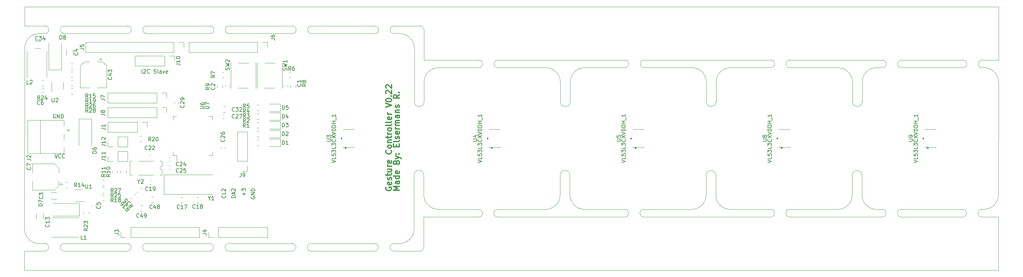
<source format=gbr>
%TF.GenerationSoftware,KiCad,Pcbnew,(6.0.2)*%
%TF.CreationDate,2022-03-24T09:24:23+01:00*%
%TF.ProjectId,GestureControl,47657374-7572-4654-936f-6e74726f6c2e,V0.21*%
%TF.SameCoordinates,PX1268e40PY7fa82d0*%
%TF.FileFunction,Legend,Top*%
%TF.FilePolarity,Positive*%
%FSLAX46Y46*%
G04 Gerber Fmt 4.6, Leading zero omitted, Abs format (unit mm)*
G04 Created by KiCad (PCBNEW (6.0.2)) date 2022-03-24 09:24:23*
%MOMM*%
%LPD*%
G01*
G04 APERTURE LIST*
%TA.AperFunction,Profile*%
%ADD10C,0.050000*%
%TD*%
%ADD11C,0.200000*%
%ADD12C,0.300000*%
%ADD13C,0.150000*%
%ADD14C,0.120000*%
%ADD15C,0.100000*%
G04 APERTURE END LIST*
D10*
X254190500Y19700000D02*
X254254000Y49022000D01*
X190500Y10810000D02*
X254000Y57912000D01*
X48490500Y5000000D02*
G75*
G03*
X48490500Y7000000I0J1000000D01*
G01*
X104330500Y19700000D02*
G75*
G03*
X108140500Y15890000I3809999J-1D01*
G01*
X123610500Y15890000D02*
G75*
G03*
X123610500Y13890000I0J-1000000D01*
G01*
X142430500Y19700000D02*
G75*
G03*
X146240500Y15890000I3809999J-1D01*
G01*
X174136914Y15890000D02*
G75*
G03*
X177946914Y19656414I43337J3766414D01*
G01*
X5490500Y7000000D02*
X4000500Y7000000D01*
X31990500Y7000000D02*
G75*
G03*
X32047473Y5001624I0J-1000000D01*
G01*
X228866500Y15890000D02*
X244866500Y15890000D01*
X194766500Y13890000D02*
X161710500Y13890000D01*
X218586914Y24736414D02*
G75*
G03*
X216046914Y24736414I-1270000J-19D01*
G01*
X156710500Y13890000D02*
G75*
G03*
X156710500Y15890000I0J1000000D01*
G01*
X97980500Y7000000D02*
G75*
G03*
X101790500Y10810000I1J3809999D01*
G01*
X199766500Y13890000D02*
X223866500Y13890000D01*
X244866500Y13890000D02*
X228866500Y13890000D01*
X161710500Y15890000D02*
G75*
G03*
X161710500Y13890000I0J-1000000D01*
G01*
X91490500Y5000000D02*
X75047473Y5001624D01*
X228866500Y15890000D02*
G75*
G03*
X228866500Y13890000I0J-1000000D01*
G01*
X118610500Y13890000D02*
X104330500Y13890000D01*
X180486914Y24736414D02*
G75*
G03*
X177946914Y24736414I-1270000J-19D01*
G01*
X184296914Y15890000D02*
X194766500Y15890000D01*
X254190500Y13890000D02*
X254190500Y0D01*
X223866500Y13890000D02*
G75*
G03*
X223866500Y15890000I0J1000000D01*
G01*
X123610500Y15890000D02*
X136080500Y15890000D01*
X136080500Y15890000D02*
G75*
G03*
X139890500Y19700000I1J3809999D01*
G01*
X249866500Y15890000D02*
G75*
G03*
X249866500Y13890000I0J-1000000D01*
G01*
X212236914Y15890000D02*
G75*
G03*
X216046914Y19656414I43337J3766414D01*
G01*
X190500Y0D02*
X190500Y5000000D01*
X244866500Y13890000D02*
G75*
G03*
X244866500Y15890000I0J1000000D01*
G01*
X218586914Y24736414D02*
X218586914Y19656414D01*
X190500Y10810000D02*
G75*
G03*
X4000500Y7000000I3809999J-1D01*
G01*
X91490500Y5000000D02*
G75*
G03*
X91490500Y7000000I0J1000000D01*
G01*
X142430500Y24780000D02*
X142430500Y19700000D01*
X108140500Y15890000D02*
X118610500Y15890000D01*
X48490500Y5000000D02*
X32047473Y5001624D01*
X142430500Y24780000D02*
G75*
G03*
X139890500Y24780000I-1270000J-19D01*
G01*
X156710500Y13890000D02*
X123610500Y13890000D01*
X194766500Y13890000D02*
G75*
G03*
X194766500Y15890000I0J1000000D01*
G01*
X254190500Y13890000D02*
X249866500Y13890000D01*
X74990500Y7000000D02*
G75*
G03*
X75047473Y5001624I0J-1000000D01*
G01*
X216046914Y19656414D02*
X216046914Y24736414D01*
X10490500Y7000000D02*
G75*
G03*
X10547473Y5001624I0J-1000000D01*
G01*
X222632500Y15890000D02*
X223866500Y15890000D01*
X97980500Y7000000D02*
X96490500Y7000000D01*
X104330500Y24780019D02*
G75*
G03*
X101790500Y24780019I-1270000J-19D01*
G01*
X101790500Y10810000D02*
X101790500Y24780019D01*
X139890500Y19700000D02*
X139890500Y24780000D01*
X250380500Y15890000D02*
X249866500Y15890000D01*
X103330500Y5000000D02*
G75*
G03*
X104330500Y6000000I1J999999D01*
G01*
X69990500Y5000000D02*
G75*
G03*
X69990500Y7000000I0J1000000D01*
G01*
X104330500Y24780019D02*
X104330500Y19700000D01*
X103330500Y5000000D02*
X96547473Y5001624D01*
X146240500Y15890000D02*
X156710500Y15890000D01*
X48490500Y7000000D02*
X31990500Y7000000D01*
X180486914Y19656414D02*
G75*
G03*
X184296914Y15890000I3766661J-2D01*
G01*
X96490500Y7000000D02*
G75*
G03*
X96547473Y5001624I0J-1000000D01*
G01*
X53490500Y7000000D02*
G75*
G03*
X53547473Y5001624I0J-1000000D01*
G01*
X91490500Y7000000D02*
X74990500Y7000000D01*
X177946914Y19656414D02*
X177946914Y24736414D01*
X118610500Y13890000D02*
G75*
G03*
X118610500Y15890000I0J1000000D01*
G01*
X26990500Y5000000D02*
X10547473Y5001624D01*
X199766500Y15890000D02*
G75*
G03*
X199766500Y13890000I0J-1000000D01*
G01*
X69990500Y7000000D02*
X53490500Y7000000D01*
X250380500Y15890000D02*
G75*
G03*
X254190500Y19700000I1J3809999D01*
G01*
X26990500Y5000000D02*
G75*
G03*
X26990500Y7000000I0J1000000D01*
G01*
X174136914Y15890000D02*
X161710500Y15890000D01*
X254190500Y0D02*
X190500Y0D01*
X69990500Y5000000D02*
X53547473Y5001624D01*
X212236914Y15890000D02*
X199766500Y15890000D01*
X104330500Y13890000D02*
X104330500Y6000000D01*
X26990500Y7000000D02*
X10490500Y7000000D01*
X180486914Y24736414D02*
X180486914Y19656414D01*
X218586913Y19656414D02*
G75*
G03*
X222632500Y15890000I3776044J-3D01*
G01*
X5490500Y5000000D02*
G75*
G03*
X5490500Y7000000I0J1000000D01*
G01*
X5490500Y5000000D02*
X190500Y5000000D01*
X75110973Y63720376D02*
G75*
G03*
X75054000Y61722000I-56973J-998376D01*
G01*
X118674000Y52832000D02*
X108204000Y52832000D01*
X249930000Y54832000D02*
X254254000Y54832000D01*
X32110973Y63720376D02*
X48554000Y63722000D01*
X123674000Y54832000D02*
X156774000Y54832000D01*
X194830000Y52832000D02*
G75*
G03*
X194830000Y54832000I0J1000000D01*
G01*
X139954000Y43942000D02*
G75*
G03*
X142494000Y43942000I1270000J19D01*
G01*
X142494000Y49022000D02*
X142494000Y43942000D01*
X91554000Y61722000D02*
G75*
G03*
X91554000Y63722000I0J1000000D01*
G01*
X218650414Y49065586D02*
X218650414Y43985586D01*
X254000Y63722000D02*
X254000Y68722000D01*
X136144000Y52832000D02*
X123674000Y52832000D01*
X139954000Y49022000D02*
G75*
G03*
X136144000Y52832000I-3809999J1D01*
G01*
X4064000Y61722000D02*
G75*
G03*
X254000Y57912000I-1J-3809999D01*
G01*
X244930000Y52832000D02*
G75*
G03*
X244930000Y54832000I0J1000000D01*
G01*
X249930000Y54832000D02*
G75*
G03*
X249930000Y52832000I0J-1000000D01*
G01*
X216110414Y49065586D02*
G75*
G03*
X212300414Y52832000I-3766663J0D01*
G01*
X228930000Y54832000D02*
X244930000Y54832000D01*
X156774000Y52832000D02*
G75*
G03*
X156774000Y54832000I0J1000000D01*
G01*
X161774000Y54832000D02*
G75*
G03*
X161774000Y52832000I0J-1000000D01*
G01*
X101854000Y57912000D02*
G75*
G03*
X98044000Y61722000I-3809999J1D01*
G01*
X223930000Y54832000D02*
X199830000Y54832000D01*
X216110414Y43985586D02*
G75*
G03*
X218650414Y43985586I1270000J19D01*
G01*
X228930000Y54832000D02*
G75*
G03*
X228930000Y52832000I0J-1000000D01*
G01*
X75110973Y63720376D02*
X91554000Y63722000D01*
X223930000Y52832000D02*
G75*
G03*
X223930000Y54832000I0J1000000D01*
G01*
X104394000Y54832000D02*
X118674000Y54832000D01*
X254254000Y68722000D02*
X254254000Y54832000D01*
X194830000Y52832000D02*
X184360414Y52832000D01*
X178010414Y43985586D02*
G75*
G03*
X180550414Y43985586I1270000J19D01*
G01*
X48554000Y61722000D02*
G75*
G03*
X48554000Y63722000I0J1000000D01*
G01*
X146304000Y52832000D02*
G75*
G03*
X142494000Y49022000I-1J-3809999D01*
G01*
X4064000Y61722000D02*
X5554000Y61722000D01*
X108204000Y52832000D02*
G75*
G03*
X104394000Y49022000I-1J-3809999D01*
G01*
X123674000Y54832000D02*
G75*
G03*
X123674000Y52832000I0J-1000000D01*
G01*
X32110973Y63720376D02*
G75*
G03*
X32054000Y61722000I-56973J-998376D01*
G01*
X161774000Y54832000D02*
X194830000Y54832000D01*
X244930000Y52832000D02*
X228930000Y52832000D01*
X178010414Y49065586D02*
G75*
G03*
X174200414Y52832000I-3766663J0D01*
G01*
X10554000Y61722000D02*
X27054000Y61722000D01*
X254000Y63722000D02*
X5554000Y63722000D01*
X161774000Y52832000D02*
X174200414Y52832000D01*
X199830000Y52832000D02*
X212300414Y52832000D01*
X75054000Y61722000D02*
X91554000Y61722000D01*
X53610973Y63720376D02*
X70054000Y63722000D01*
X254000Y68722000D02*
X254254000Y68722000D01*
X27054000Y61722000D02*
G75*
G03*
X27054000Y63722000I0J1000000D01*
G01*
X254254000Y49022000D02*
G75*
G03*
X250444000Y52832000I-3809999J1D01*
G01*
X96610973Y63720376D02*
G75*
G03*
X96554000Y61722000I-56973J-998376D01*
G01*
X5554000Y61722000D02*
G75*
G03*
X5554000Y63722000I0J1000000D01*
G01*
X118674000Y52832000D02*
G75*
G03*
X118674000Y54832000I0J1000000D01*
G01*
X184360414Y52832000D02*
G75*
G03*
X180550414Y49065586I-43339J-3766412D01*
G01*
X53554000Y61722000D02*
X70054000Y61722000D01*
X222504000Y52832000D02*
G75*
G03*
X218650414Y49065586I-86192J-3766408D01*
G01*
X199830000Y54832000D02*
G75*
G03*
X199830000Y52832000I0J-1000000D01*
G01*
X10610973Y63720376D02*
X27054000Y63722000D01*
X178010414Y43985586D02*
X178010414Y49065586D01*
X32054000Y61722000D02*
X48554000Y61722000D01*
X104394000Y62722000D02*
X104394000Y54832000D01*
X180550414Y49065586D02*
X180550414Y43985586D01*
X53610973Y63720376D02*
G75*
G03*
X53554000Y61722000I-56973J-998376D01*
G01*
X156774000Y52832000D02*
X146304000Y52832000D01*
X249930000Y52832000D02*
X250444000Y52832000D01*
X139954000Y43942000D02*
X139954000Y49022000D01*
X10610973Y63720376D02*
G75*
G03*
X10554000Y61722000I-56973J-998376D01*
G01*
X101854000Y43941981D02*
X101854000Y57912000D01*
X96554000Y61722000D02*
X98044000Y61722000D01*
X70054000Y61722000D02*
G75*
G03*
X70054000Y63722000I0J1000000D01*
G01*
X104394000Y62722000D02*
G75*
G03*
X103394000Y63722000I-999999J1D01*
G01*
X104394000Y49022000D02*
X104394000Y43941981D01*
X96610973Y63720376D02*
X103394000Y63722000D01*
X223930000Y52832000D02*
X222504000Y52832000D01*
X216110414Y43985586D02*
X216110414Y49065586D01*
X101854000Y43941981D02*
G75*
G03*
X104394000Y43941981I1270000J19D01*
G01*
D11*
X52554142Y19481524D02*
X52601761Y19433905D01*
X52649380Y19291048D01*
X52649380Y19195810D01*
X52601761Y19052953D01*
X52506523Y18957715D01*
X52411285Y18910096D01*
X52220809Y18862477D01*
X52077952Y18862477D01*
X51887476Y18910096D01*
X51792238Y18957715D01*
X51697000Y19052953D01*
X51649380Y19195810D01*
X51649380Y19291048D01*
X51697000Y19433905D01*
X51744619Y19481524D01*
X52649380Y20386286D02*
X52649380Y19910096D01*
X51649380Y19910096D01*
X51744619Y20672000D02*
X51697000Y20719620D01*
X51649380Y20814858D01*
X51649380Y21052953D01*
X51697000Y21148191D01*
X51744619Y21195810D01*
X51839857Y21243429D01*
X51935095Y21243429D01*
X52077952Y21195810D01*
X52649380Y20624381D01*
X52649380Y21243429D01*
X8257904Y40632000D02*
X8162666Y40679620D01*
X8019809Y40679620D01*
X7876952Y40632000D01*
X7781714Y40536762D01*
X7734095Y40441524D01*
X7686476Y40251048D01*
X7686476Y40108191D01*
X7734095Y39917715D01*
X7781714Y39822477D01*
X7876952Y39727239D01*
X8019809Y39679620D01*
X8115047Y39679620D01*
X8257904Y39727239D01*
X8305523Y39774858D01*
X8305523Y40108191D01*
X8115047Y40108191D01*
X8734095Y39679620D02*
X8734095Y40679620D01*
X9305523Y39679620D01*
X9305523Y40679620D01*
X9781714Y39679620D02*
X9781714Y40679620D01*
X10019809Y40679620D01*
X10162666Y40632000D01*
X10257904Y40536762D01*
X10305523Y40441524D01*
X10353142Y40251048D01*
X10353142Y40108191D01*
X10305523Y39917715D01*
X10257904Y39822477D01*
X10162666Y39727239D01*
X10019809Y39679620D01*
X9781714Y39679620D01*
X8099238Y30265620D02*
X8432571Y29265620D01*
X8765904Y30265620D01*
X9670666Y29360858D02*
X9623047Y29313239D01*
X9480190Y29265620D01*
X9384952Y29265620D01*
X9242095Y29313239D01*
X9146857Y29408477D01*
X9099238Y29503715D01*
X9051619Y29694191D01*
X9051619Y29837048D01*
X9099238Y30027524D01*
X9146857Y30122762D01*
X9242095Y30218000D01*
X9384952Y30265620D01*
X9480190Y30265620D01*
X9623047Y30218000D01*
X9670666Y30170381D01*
X10670666Y29360858D02*
X10623047Y29313239D01*
X10480190Y29265620D01*
X10384952Y29265620D01*
X10242095Y29313239D01*
X10146857Y29408477D01*
X10099238Y29503715D01*
X10051619Y29694191D01*
X10051619Y29837048D01*
X10099238Y30027524D01*
X10146857Y30122762D01*
X10242095Y30218000D01*
X10384952Y30265620D01*
X10480190Y30265620D01*
X10623047Y30218000D01*
X10670666Y30170381D01*
D12*
X94500000Y21657858D02*
X94428571Y21515000D01*
X94428571Y21300715D01*
X94500000Y21086429D01*
X94642857Y20943572D01*
X94785714Y20872143D01*
X95071428Y20800715D01*
X95285714Y20800715D01*
X95571428Y20872143D01*
X95714285Y20943572D01*
X95857142Y21086429D01*
X95928571Y21300715D01*
X95928571Y21443572D01*
X95857142Y21657858D01*
X95785714Y21729286D01*
X95285714Y21729286D01*
X95285714Y21443572D01*
X95857142Y22943572D02*
X95928571Y22800715D01*
X95928571Y22515000D01*
X95857142Y22372143D01*
X95714285Y22300715D01*
X95142857Y22300715D01*
X95000000Y22372143D01*
X94928571Y22515000D01*
X94928571Y22800715D01*
X95000000Y22943572D01*
X95142857Y23015000D01*
X95285714Y23015000D01*
X95428571Y22300715D01*
X95857142Y23586429D02*
X95928571Y23729286D01*
X95928571Y24015000D01*
X95857142Y24157858D01*
X95714285Y24229286D01*
X95642857Y24229286D01*
X95500000Y24157858D01*
X95428571Y24015000D01*
X95428571Y23800715D01*
X95357142Y23657858D01*
X95214285Y23586429D01*
X95142857Y23586429D01*
X95000000Y23657858D01*
X94928571Y23800715D01*
X94928571Y24015000D01*
X95000000Y24157858D01*
X94928571Y24657858D02*
X94928571Y25229286D01*
X94428571Y24872143D02*
X95714285Y24872143D01*
X95857142Y24943572D01*
X95928571Y25086429D01*
X95928571Y25229286D01*
X94928571Y26372143D02*
X95928571Y26372143D01*
X94928571Y25729286D02*
X95714285Y25729286D01*
X95857142Y25800715D01*
X95928571Y25943572D01*
X95928571Y26157858D01*
X95857142Y26300715D01*
X95785714Y26372143D01*
X95928571Y27086429D02*
X94928571Y27086429D01*
X95214285Y27086429D02*
X95071428Y27157858D01*
X95000000Y27229286D01*
X94928571Y27372143D01*
X94928571Y27515000D01*
X95857142Y28586429D02*
X95928571Y28443572D01*
X95928571Y28157858D01*
X95857142Y28015000D01*
X95714285Y27943572D01*
X95142857Y27943572D01*
X95000000Y28015000D01*
X94928571Y28157858D01*
X94928571Y28443572D01*
X95000000Y28586429D01*
X95142857Y28657858D01*
X95285714Y28657858D01*
X95428571Y27943572D01*
X95785714Y31300715D02*
X95857142Y31229286D01*
X95928571Y31015000D01*
X95928571Y30872143D01*
X95857142Y30657858D01*
X95714285Y30515000D01*
X95571428Y30443572D01*
X95285714Y30372143D01*
X95071428Y30372143D01*
X94785714Y30443572D01*
X94642857Y30515000D01*
X94500000Y30657858D01*
X94428571Y30872143D01*
X94428571Y31015000D01*
X94500000Y31229286D01*
X94571428Y31300715D01*
X95928571Y32157858D02*
X95857142Y32015000D01*
X95785714Y31943572D01*
X95642857Y31872143D01*
X95214285Y31872143D01*
X95071428Y31943572D01*
X95000000Y32015000D01*
X94928571Y32157858D01*
X94928571Y32372143D01*
X95000000Y32515000D01*
X95071428Y32586429D01*
X95214285Y32657858D01*
X95642857Y32657858D01*
X95785714Y32586429D01*
X95857142Y32515000D01*
X95928571Y32372143D01*
X95928571Y32157858D01*
X94928571Y33300715D02*
X95928571Y33300715D01*
X95071428Y33300715D02*
X95000000Y33372143D01*
X94928571Y33515000D01*
X94928571Y33729286D01*
X95000000Y33872143D01*
X95142857Y33943572D01*
X95928571Y33943572D01*
X94928571Y34443572D02*
X94928571Y35015000D01*
X94428571Y34657858D02*
X95714285Y34657858D01*
X95857142Y34729286D01*
X95928571Y34872143D01*
X95928571Y35015000D01*
X95928571Y35515000D02*
X94928571Y35515000D01*
X95214285Y35515000D02*
X95071428Y35586429D01*
X95000000Y35657858D01*
X94928571Y35800715D01*
X94928571Y35943572D01*
X95928571Y36657858D02*
X95857142Y36515000D01*
X95785714Y36443572D01*
X95642857Y36372143D01*
X95214285Y36372143D01*
X95071428Y36443572D01*
X95000000Y36515000D01*
X94928571Y36657858D01*
X94928571Y36872143D01*
X95000000Y37015000D01*
X95071428Y37086429D01*
X95214285Y37157858D01*
X95642857Y37157858D01*
X95785714Y37086429D01*
X95857142Y37015000D01*
X95928571Y36872143D01*
X95928571Y36657858D01*
X95928571Y38015000D02*
X95857142Y37872143D01*
X95714285Y37800715D01*
X94428571Y37800715D01*
X95928571Y38800715D02*
X95857142Y38657858D01*
X95714285Y38586429D01*
X94428571Y38586429D01*
X95857142Y39943572D02*
X95928571Y39800715D01*
X95928571Y39515000D01*
X95857142Y39372143D01*
X95714285Y39300715D01*
X95142857Y39300715D01*
X95000000Y39372143D01*
X94928571Y39515000D01*
X94928571Y39800715D01*
X95000000Y39943572D01*
X95142857Y40015000D01*
X95285714Y40015000D01*
X95428571Y39300715D01*
X95928571Y40657858D02*
X94928571Y40657858D01*
X95214285Y40657858D02*
X95071428Y40729286D01*
X95000000Y40800715D01*
X94928571Y40943572D01*
X94928571Y41086429D01*
X94428571Y42515000D02*
X95928571Y43015000D01*
X94428571Y43515000D01*
X94428571Y44300715D02*
X94428571Y44443572D01*
X94500000Y44586429D01*
X94571428Y44657858D01*
X94714285Y44729286D01*
X95000000Y44800715D01*
X95357142Y44800715D01*
X95642857Y44729286D01*
X95785714Y44657858D01*
X95857142Y44586429D01*
X95928571Y44443572D01*
X95928571Y44300715D01*
X95857142Y44157858D01*
X95785714Y44086429D01*
X95642857Y44015000D01*
X95357142Y43943572D01*
X95000000Y43943572D01*
X94714285Y44015000D01*
X94571428Y44086429D01*
X94500000Y44157858D01*
X94428571Y44300715D01*
X95785714Y45443572D02*
X95857142Y45515000D01*
X95928571Y45443572D01*
X95857142Y45372143D01*
X95785714Y45443572D01*
X95928571Y45443572D01*
X94571428Y46086429D02*
X94500000Y46157858D01*
X94428571Y46300715D01*
X94428571Y46657858D01*
X94500000Y46800715D01*
X94571428Y46872143D01*
X94714285Y46943572D01*
X94857142Y46943572D01*
X95071428Y46872143D01*
X95928571Y46015000D01*
X95928571Y46943572D01*
X94571428Y47515000D02*
X94500000Y47586429D01*
X94428571Y47729286D01*
X94428571Y48086429D01*
X94500000Y48229286D01*
X94571428Y48300715D01*
X94714285Y48372143D01*
X94857142Y48372143D01*
X95071428Y48300715D01*
X95928571Y47443572D01*
X95928571Y48372143D01*
D11*
X59317000Y19179905D02*
X59269380Y19084667D01*
X59269380Y18941810D01*
X59317000Y18798953D01*
X59412238Y18703715D01*
X59507476Y18656096D01*
X59697952Y18608477D01*
X59840809Y18608477D01*
X60031285Y18656096D01*
X60126523Y18703715D01*
X60221761Y18798953D01*
X60269380Y18941810D01*
X60269380Y19037048D01*
X60221761Y19179905D01*
X60174142Y19227524D01*
X59840809Y19227524D01*
X59840809Y19037048D01*
X60269380Y19656096D02*
X59269380Y19656096D01*
X60269380Y20227524D01*
X59269380Y20227524D01*
X60269380Y20703715D02*
X59269380Y20703715D01*
X59269380Y20941810D01*
X59317000Y21084667D01*
X59412238Y21179905D01*
X59507476Y21227524D01*
X59697952Y21275143D01*
X59840809Y21275143D01*
X60031285Y21227524D01*
X60126523Y21179905D01*
X60221761Y21084667D01*
X60269380Y20941810D01*
X60269380Y20703715D01*
D12*
X97960571Y20872143D02*
X96460571Y20872143D01*
X97532000Y21372143D01*
X96460571Y21872143D01*
X97960571Y21872143D01*
X97960571Y23229286D02*
X97174857Y23229286D01*
X97032000Y23157858D01*
X96960571Y23015000D01*
X96960571Y22729286D01*
X97032000Y22586429D01*
X97889142Y23229286D02*
X97960571Y23086429D01*
X97960571Y22729286D01*
X97889142Y22586429D01*
X97746285Y22515000D01*
X97603428Y22515000D01*
X97460571Y22586429D01*
X97389142Y22729286D01*
X97389142Y23086429D01*
X97317714Y23229286D01*
X97960571Y24586429D02*
X96460571Y24586429D01*
X97889142Y24586429D02*
X97960571Y24443572D01*
X97960571Y24157858D01*
X97889142Y24015000D01*
X97817714Y23943572D01*
X97674857Y23872143D01*
X97246285Y23872143D01*
X97103428Y23943572D01*
X97032000Y24015000D01*
X96960571Y24157858D01*
X96960571Y24443572D01*
X97032000Y24586429D01*
X97889142Y25872143D02*
X97960571Y25729286D01*
X97960571Y25443572D01*
X97889142Y25300715D01*
X97746285Y25229286D01*
X97174857Y25229286D01*
X97032000Y25300715D01*
X96960571Y25443572D01*
X96960571Y25729286D01*
X97032000Y25872143D01*
X97174857Y25943572D01*
X97317714Y25943572D01*
X97460571Y25229286D01*
X97174857Y28229286D02*
X97246285Y28443572D01*
X97317714Y28515000D01*
X97460571Y28586429D01*
X97674857Y28586429D01*
X97817714Y28515000D01*
X97889142Y28443572D01*
X97960571Y28300715D01*
X97960571Y27729286D01*
X96460571Y27729286D01*
X96460571Y28229286D01*
X96532000Y28372143D01*
X96603428Y28443572D01*
X96746285Y28515000D01*
X96889142Y28515000D01*
X97032000Y28443572D01*
X97103428Y28372143D01*
X97174857Y28229286D01*
X97174857Y27729286D01*
X96960571Y29086429D02*
X97960571Y29443572D01*
X96960571Y29800715D02*
X97960571Y29443572D01*
X98317714Y29300715D01*
X98389142Y29229286D01*
X98460571Y29086429D01*
X97817714Y30372143D02*
X97889142Y30443572D01*
X97960571Y30372143D01*
X97889142Y30300715D01*
X97817714Y30372143D01*
X97960571Y30372143D01*
X97032000Y30372143D02*
X97103428Y30443572D01*
X97174857Y30372143D01*
X97103428Y30300715D01*
X97032000Y30372143D01*
X97174857Y30372143D01*
X97174857Y32229286D02*
X97174857Y32729286D01*
X97960571Y32943572D02*
X97960571Y32229286D01*
X96460571Y32229286D01*
X96460571Y32943572D01*
X97960571Y33800715D02*
X97889142Y33657858D01*
X97746285Y33586429D01*
X96460571Y33586429D01*
X97889142Y34300715D02*
X97960571Y34443572D01*
X97960571Y34729286D01*
X97889142Y34872143D01*
X97746285Y34943572D01*
X97674857Y34943572D01*
X97532000Y34872143D01*
X97460571Y34729286D01*
X97460571Y34515000D01*
X97389142Y34372143D01*
X97246285Y34300715D01*
X97174857Y34300715D01*
X97032000Y34372143D01*
X96960571Y34515000D01*
X96960571Y34729286D01*
X97032000Y34872143D01*
X97889142Y36157858D02*
X97960571Y36015000D01*
X97960571Y35729286D01*
X97889142Y35586429D01*
X97746285Y35515000D01*
X97174857Y35515000D01*
X97032000Y35586429D01*
X96960571Y35729286D01*
X96960571Y36015000D01*
X97032000Y36157858D01*
X97174857Y36229286D01*
X97317714Y36229286D01*
X97460571Y35515000D01*
X97960571Y36872143D02*
X96960571Y36872143D01*
X97246285Y36872143D02*
X97103428Y36943572D01*
X97032000Y37015000D01*
X96960571Y37157858D01*
X96960571Y37300715D01*
X97960571Y37800715D02*
X96960571Y37800715D01*
X97103428Y37800715D02*
X97032000Y37872143D01*
X96960571Y38015000D01*
X96960571Y38229286D01*
X97032000Y38372143D01*
X97174857Y38443572D01*
X97960571Y38443572D01*
X97174857Y38443572D02*
X97032000Y38515000D01*
X96960571Y38657858D01*
X96960571Y38872143D01*
X97032000Y39015000D01*
X97174857Y39086429D01*
X97960571Y39086429D01*
X97960571Y40443572D02*
X97174857Y40443572D01*
X97032000Y40372143D01*
X96960571Y40229286D01*
X96960571Y39943572D01*
X97032000Y39800715D01*
X97889142Y40443572D02*
X97960571Y40300715D01*
X97960571Y39943572D01*
X97889142Y39800715D01*
X97746285Y39729286D01*
X97603428Y39729286D01*
X97460571Y39800715D01*
X97389142Y39943572D01*
X97389142Y40300715D01*
X97317714Y40443572D01*
X96960571Y41157858D02*
X97960571Y41157858D01*
X97103428Y41157858D02*
X97032000Y41229286D01*
X96960571Y41372143D01*
X96960571Y41586429D01*
X97032000Y41729286D01*
X97174857Y41800715D01*
X97960571Y41800715D01*
X97889142Y42443572D02*
X97960571Y42586429D01*
X97960571Y42872143D01*
X97889142Y43015000D01*
X97746285Y43086429D01*
X97674857Y43086429D01*
X97532000Y43015000D01*
X97460571Y42872143D01*
X97460571Y42657858D01*
X97389142Y42515000D01*
X97246285Y42443572D01*
X97174857Y42443572D01*
X97032000Y42515000D01*
X96960571Y42657858D01*
X96960571Y42872143D01*
X97032000Y43015000D01*
X97960571Y45729286D02*
X97246285Y45229286D01*
X97960571Y44872143D02*
X96460571Y44872143D01*
X96460571Y45443572D01*
X96532000Y45586429D01*
X96603428Y45657858D01*
X96746285Y45729286D01*
X96960571Y45729286D01*
X97103428Y45657858D01*
X97174857Y45586429D01*
X97246285Y45443572D01*
X97246285Y44872143D01*
X97817714Y46372143D02*
X97889142Y46443572D01*
X97960571Y46372143D01*
X97889142Y46300715D01*
X97817714Y46372143D01*
X97960571Y46372143D01*
D11*
X30805857Y51363620D02*
X30805857Y52363620D01*
X31234428Y52268381D02*
X31282047Y52316000D01*
X31377285Y52363620D01*
X31615380Y52363620D01*
X31710619Y52316000D01*
X31758238Y52268381D01*
X31805857Y52173143D01*
X31805857Y52077905D01*
X31758238Y51935048D01*
X31186809Y51363620D01*
X31805857Y51363620D01*
X32805857Y51458858D02*
X32758238Y51411239D01*
X32615380Y51363620D01*
X32520142Y51363620D01*
X32377285Y51411239D01*
X32282047Y51506477D01*
X32234428Y51601715D01*
X32186809Y51792191D01*
X32186809Y51935048D01*
X32234428Y52125524D01*
X32282047Y52220762D01*
X32377285Y52316000D01*
X32520142Y52363620D01*
X32615380Y52363620D01*
X32758238Y52316000D01*
X32805857Y52268381D01*
X33948714Y51411239D02*
X34091571Y51363620D01*
X34329666Y51363620D01*
X34424904Y51411239D01*
X34472523Y51458858D01*
X34520142Y51554096D01*
X34520142Y51649334D01*
X34472523Y51744572D01*
X34424904Y51792191D01*
X34329666Y51839810D01*
X34139190Y51887429D01*
X34043952Y51935048D01*
X33996333Y51982667D01*
X33948714Y52077905D01*
X33948714Y52173143D01*
X33996333Y52268381D01*
X34043952Y52316000D01*
X34139190Y52363620D01*
X34377285Y52363620D01*
X34520142Y52316000D01*
X35091571Y51363620D02*
X34996333Y51411239D01*
X34948714Y51506477D01*
X34948714Y52363620D01*
X35901095Y51363620D02*
X35901095Y51887429D01*
X35853476Y51982667D01*
X35758238Y52030286D01*
X35567761Y52030286D01*
X35472523Y51982667D01*
X35901095Y51411239D02*
X35805857Y51363620D01*
X35567761Y51363620D01*
X35472523Y51411239D01*
X35424904Y51506477D01*
X35424904Y51601715D01*
X35472523Y51696953D01*
X35567761Y51744572D01*
X35805857Y51744572D01*
X35901095Y51792191D01*
X36282047Y52030286D02*
X36520142Y51363620D01*
X36758238Y52030286D01*
X37520142Y51411239D02*
X37424904Y51363620D01*
X37234428Y51363620D01*
X37139190Y51411239D01*
X37091571Y51506477D01*
X37091571Y51887429D01*
X37139190Y51982667D01*
X37234428Y52030286D01*
X37424904Y52030286D01*
X37520142Y51982667D01*
X37567761Y51887429D01*
X37567761Y51792191D01*
X37091571Y51696953D01*
X57475428Y19545096D02*
X57475428Y20307000D01*
X57856380Y19926048D02*
X57094476Y19926048D01*
X56856380Y20687953D02*
X56856380Y21307000D01*
X57237333Y20973667D01*
X57237333Y21116524D01*
X57284952Y21211762D01*
X57332571Y21259381D01*
X57427809Y21307000D01*
X57665904Y21307000D01*
X57761142Y21259381D01*
X57808761Y21211762D01*
X57856380Y21116524D01*
X57856380Y20830810D01*
X57808761Y20735572D01*
X57761142Y20687953D01*
X55189380Y18910096D02*
X54189380Y18910096D01*
X54189380Y19148191D01*
X54237000Y19291048D01*
X54332238Y19386286D01*
X54427476Y19433905D01*
X54617952Y19481524D01*
X54760809Y19481524D01*
X54951285Y19433905D01*
X55046523Y19386286D01*
X55141761Y19291048D01*
X55189380Y19148191D01*
X55189380Y18910096D01*
X54903666Y19862477D02*
X54903666Y20338667D01*
X55189380Y19767239D02*
X54189380Y20100572D01*
X55189380Y20433905D01*
X54284619Y20719620D02*
X54237000Y20767239D01*
X54189380Y20862477D01*
X54189380Y21100572D01*
X54237000Y21195810D01*
X54284619Y21243429D01*
X54379857Y21291048D01*
X54475095Y21291048D01*
X54617952Y21243429D01*
X55189380Y20672000D01*
X55189380Y21291048D01*
D13*
%TO.C,J3*%
X23792380Y9572667D02*
X24506666Y9572667D01*
X24649523Y9525048D01*
X24744761Y9429810D01*
X24792380Y9286953D01*
X24792380Y9191715D01*
X23792380Y9953620D02*
X23792380Y10572667D01*
X24173333Y10239334D01*
X24173333Y10382191D01*
X24220952Y10477429D01*
X24268571Y10525048D01*
X24363809Y10572667D01*
X24601904Y10572667D01*
X24697142Y10525048D01*
X24744761Y10477429D01*
X24792380Y10382191D01*
X24792380Y10096477D01*
X24744761Y10001239D01*
X24697142Y9953620D01*
%TO.C,J4*%
X46652380Y9572667D02*
X47366666Y9572667D01*
X47509523Y9525048D01*
X47604761Y9429810D01*
X47652380Y9286953D01*
X47652380Y9191715D01*
X46985714Y10477429D02*
X47652380Y10477429D01*
X46604761Y10239334D02*
X47319047Y10001239D01*
X47319047Y10620286D01*
%TO.C,J5*%
X14692380Y57832667D02*
X15406666Y57832667D01*
X15549523Y57785048D01*
X15644761Y57689810D01*
X15692380Y57546953D01*
X15692380Y57451715D01*
X14692380Y58785048D02*
X14692380Y58308858D01*
X15168571Y58261239D01*
X15120952Y58308858D01*
X15073333Y58404096D01*
X15073333Y58642191D01*
X15120952Y58737429D01*
X15168571Y58785048D01*
X15263809Y58832667D01*
X15501904Y58832667D01*
X15597142Y58785048D01*
X15644761Y58737429D01*
X15692380Y58642191D01*
X15692380Y58404096D01*
X15644761Y58308858D01*
X15597142Y58261239D01*
%TO.C,C2*%
X49760142Y47712334D02*
X49807761Y47664715D01*
X49855380Y47521858D01*
X49855380Y47426620D01*
X49807761Y47283762D01*
X49712523Y47188524D01*
X49617285Y47140905D01*
X49426809Y47093286D01*
X49283952Y47093286D01*
X49093476Y47140905D01*
X48998238Y47188524D01*
X48903000Y47283762D01*
X48855380Y47426620D01*
X48855380Y47521858D01*
X48903000Y47664715D01*
X48950619Y47712334D01*
X48950619Y48093286D02*
X48903000Y48140905D01*
X48855380Y48236143D01*
X48855380Y48474239D01*
X48903000Y48569477D01*
X48950619Y48617096D01*
X49045857Y48664715D01*
X49141095Y48664715D01*
X49283952Y48617096D01*
X49855380Y48045667D01*
X49855380Y48664715D01*
%TO.C,C7*%
X1708642Y26858334D02*
X1756261Y26810715D01*
X1803880Y26667858D01*
X1803880Y26572620D01*
X1756261Y26429762D01*
X1661023Y26334524D01*
X1565785Y26286905D01*
X1375309Y26239286D01*
X1232452Y26239286D01*
X1041976Y26286905D01*
X946738Y26334524D01*
X851500Y26429762D01*
X803880Y26572620D01*
X803880Y26667858D01*
X851500Y26810715D01*
X899119Y26858334D01*
X803880Y27191667D02*
X803880Y27858334D01*
X1803880Y27429762D01*
%TO.C,C17*%
X40626632Y16158368D02*
X40579013Y16110749D01*
X40436156Y16063130D01*
X40340918Y16063130D01*
X40198061Y16110749D01*
X40102823Y16205987D01*
X40055204Y16301225D01*
X40007585Y16491701D01*
X40007585Y16634558D01*
X40055204Y16825034D01*
X40102823Y16920272D01*
X40198061Y17015510D01*
X40340918Y17063130D01*
X40436156Y17063130D01*
X40579013Y17015510D01*
X40626632Y16967891D01*
X41579013Y16063130D02*
X41007585Y16063130D01*
X41293299Y16063130D02*
X41293299Y17063130D01*
X41198061Y16920272D01*
X41102823Y16825034D01*
X41007585Y16777415D01*
X41912347Y17063130D02*
X42579013Y17063130D01*
X42150442Y16063130D01*
%TO.C,C18*%
X44712132Y16256368D02*
X44664513Y16208749D01*
X44521656Y16161130D01*
X44426418Y16161130D01*
X44283561Y16208749D01*
X44188323Y16303987D01*
X44140704Y16399225D01*
X44093085Y16589701D01*
X44093085Y16732558D01*
X44140704Y16923034D01*
X44188323Y17018272D01*
X44283561Y17113510D01*
X44426418Y17161130D01*
X44521656Y17161130D01*
X44664513Y17113510D01*
X44712132Y17065891D01*
X45664513Y16161130D02*
X45093085Y16161130D01*
X45378799Y16161130D02*
X45378799Y17161130D01*
X45283561Y17018272D01*
X45188323Y16923034D01*
X45093085Y16875415D01*
X46235942Y16732558D02*
X46140704Y16780177D01*
X46093085Y16827796D01*
X46045466Y16923034D01*
X46045466Y16970653D01*
X46093085Y17065891D01*
X46140704Y17113510D01*
X46235942Y17161130D01*
X46426418Y17161130D01*
X46521656Y17113510D01*
X46569275Y17065891D01*
X46616894Y16970653D01*
X46616894Y16923034D01*
X46569275Y16827796D01*
X46521656Y16780177D01*
X46426418Y16732558D01*
X46235942Y16732558D01*
X46140704Y16684939D01*
X46093085Y16637320D01*
X46045466Y16542082D01*
X46045466Y16351606D01*
X46093085Y16256368D01*
X46140704Y16208749D01*
X46235942Y16161130D01*
X46426418Y16161130D01*
X46521656Y16208749D01*
X46569275Y16256368D01*
X46616894Y16351606D01*
X46616894Y16542082D01*
X46569275Y16637320D01*
X46521656Y16684939D01*
X46426418Y16732558D01*
%TO.C,C19*%
X32398132Y20851858D02*
X32350513Y20804239D01*
X32207656Y20756620D01*
X32112418Y20756620D01*
X31969561Y20804239D01*
X31874323Y20899477D01*
X31826704Y20994715D01*
X31779085Y21185191D01*
X31779085Y21328048D01*
X31826704Y21518524D01*
X31874323Y21613762D01*
X31969561Y21709000D01*
X32112418Y21756620D01*
X32207656Y21756620D01*
X32350513Y21709000D01*
X32398132Y21661381D01*
X33350513Y20756620D02*
X32779085Y20756620D01*
X33064799Y20756620D02*
X33064799Y21756620D01*
X32969561Y21613762D01*
X32874323Y21518524D01*
X32779085Y21470905D01*
X33826704Y20756620D02*
X34017180Y20756620D01*
X34112418Y20804239D01*
X34160037Y20851858D01*
X34255275Y20994715D01*
X34302894Y21185191D01*
X34302894Y21566143D01*
X34255275Y21661381D01*
X34207656Y21709000D01*
X34112418Y21756620D01*
X33921942Y21756620D01*
X33826704Y21709000D01*
X33779085Y21661381D01*
X33731466Y21566143D01*
X33731466Y21328048D01*
X33779085Y21232810D01*
X33826704Y21185191D01*
X33921942Y21137572D01*
X34112418Y21137572D01*
X34207656Y21185191D01*
X34255275Y21232810D01*
X34302894Y21328048D01*
%TO.C,C22*%
X32244632Y31558368D02*
X32197013Y31510749D01*
X32054156Y31463130D01*
X31958918Y31463130D01*
X31816061Y31510749D01*
X31720823Y31605987D01*
X31673204Y31701225D01*
X31625585Y31891701D01*
X31625585Y32034558D01*
X31673204Y32225034D01*
X31720823Y32320272D01*
X31816061Y32415510D01*
X31958918Y32463130D01*
X32054156Y32463130D01*
X32197013Y32415510D01*
X32244632Y32367891D01*
X32625585Y32367891D02*
X32673204Y32415510D01*
X32768442Y32463130D01*
X33006537Y32463130D01*
X33101775Y32415510D01*
X33149394Y32367891D01*
X33197013Y32272653D01*
X33197013Y32177415D01*
X33149394Y32034558D01*
X32577966Y31463130D01*
X33197013Y31463130D01*
X33577966Y32367891D02*
X33625585Y32415510D01*
X33720823Y32463130D01*
X33958918Y32463130D01*
X34054156Y32415510D01*
X34101775Y32367891D01*
X34149394Y32272653D01*
X34149394Y32177415D01*
X34101775Y32034558D01*
X33530347Y31463130D01*
X34149394Y31463130D01*
%TO.C,C24*%
X40372632Y27330858D02*
X40325013Y27283239D01*
X40182156Y27235620D01*
X40086918Y27235620D01*
X39944061Y27283239D01*
X39848823Y27378477D01*
X39801204Y27473715D01*
X39753585Y27664191D01*
X39753585Y27807048D01*
X39801204Y27997524D01*
X39848823Y28092762D01*
X39944061Y28188000D01*
X40086918Y28235620D01*
X40182156Y28235620D01*
X40325013Y28188000D01*
X40372632Y28140381D01*
X40753585Y28140381D02*
X40801204Y28188000D01*
X40896442Y28235620D01*
X41134537Y28235620D01*
X41229775Y28188000D01*
X41277394Y28140381D01*
X41325013Y28045143D01*
X41325013Y27949905D01*
X41277394Y27807048D01*
X40705966Y27235620D01*
X41325013Y27235620D01*
X42182156Y27902286D02*
X42182156Y27235620D01*
X41944061Y28283239D02*
X41705966Y27568953D01*
X42325013Y27568953D01*
%TO.C,C25*%
X40372632Y25638858D02*
X40325013Y25591239D01*
X40182156Y25543620D01*
X40086918Y25543620D01*
X39944061Y25591239D01*
X39848823Y25686477D01*
X39801204Y25781715D01*
X39753585Y25972191D01*
X39753585Y26115048D01*
X39801204Y26305524D01*
X39848823Y26400762D01*
X39944061Y26496000D01*
X40086918Y26543620D01*
X40182156Y26543620D01*
X40325013Y26496000D01*
X40372632Y26448381D01*
X40753585Y26448381D02*
X40801204Y26496000D01*
X40896442Y26543620D01*
X41134537Y26543620D01*
X41229775Y26496000D01*
X41277394Y26448381D01*
X41325013Y26353143D01*
X41325013Y26257905D01*
X41277394Y26115048D01*
X40705966Y25543620D01*
X41325013Y25543620D01*
X42229775Y26543620D02*
X41753585Y26543620D01*
X41705966Y26067429D01*
X41753585Y26115048D01*
X41848823Y26162667D01*
X42086918Y26162667D01*
X42182156Y26115048D01*
X42229775Y26067429D01*
X42277394Y25972191D01*
X42277394Y25734096D01*
X42229775Y25638858D01*
X42182156Y25591239D01*
X42086918Y25543620D01*
X41848823Y25543620D01*
X41753585Y25591239D01*
X41705966Y25638858D01*
%TO.C,C26*%
X52294632Y34160653D02*
X52342251Y34113034D01*
X52389870Y33970177D01*
X52389870Y33874939D01*
X52342251Y33732082D01*
X52247013Y33636844D01*
X52151775Y33589225D01*
X51961299Y33541606D01*
X51818442Y33541606D01*
X51627966Y33589225D01*
X51532728Y33636844D01*
X51437490Y33732082D01*
X51389870Y33874939D01*
X51389870Y33970177D01*
X51437490Y34113034D01*
X51485109Y34160653D01*
X51485109Y34541606D02*
X51437490Y34589225D01*
X51389870Y34684463D01*
X51389870Y34922558D01*
X51437490Y35017796D01*
X51485109Y35065415D01*
X51580347Y35113034D01*
X51675585Y35113034D01*
X51818442Y35065415D01*
X52389870Y34493987D01*
X52389870Y35113034D01*
X51389870Y35970177D02*
X51389870Y35779701D01*
X51437490Y35684463D01*
X51485109Y35636844D01*
X51627966Y35541606D01*
X51818442Y35493987D01*
X52199394Y35493987D01*
X52294632Y35541606D01*
X52342251Y35589225D01*
X52389870Y35684463D01*
X52389870Y35874939D01*
X52342251Y35970177D01*
X52294632Y36017796D01*
X52199394Y36065415D01*
X51961299Y36065415D01*
X51866061Y36017796D01*
X51818442Y35970177D01*
X51770823Y35874939D01*
X51770823Y35684463D01*
X51818442Y35589225D01*
X51866061Y35541606D01*
X51961299Y35493987D01*
%TO.C,C27*%
X54983142Y39774858D02*
X54935523Y39727239D01*
X54792666Y39679620D01*
X54697428Y39679620D01*
X54554571Y39727239D01*
X54459333Y39822477D01*
X54411714Y39917715D01*
X54364095Y40108191D01*
X54364095Y40251048D01*
X54411714Y40441524D01*
X54459333Y40536762D01*
X54554571Y40632000D01*
X54697428Y40679620D01*
X54792666Y40679620D01*
X54935523Y40632000D01*
X54983142Y40584381D01*
X55364095Y40584381D02*
X55411714Y40632000D01*
X55506952Y40679620D01*
X55745047Y40679620D01*
X55840285Y40632000D01*
X55887904Y40584381D01*
X55935523Y40489143D01*
X55935523Y40393905D01*
X55887904Y40251048D01*
X55316476Y39679620D01*
X55935523Y39679620D01*
X56268857Y40679620D02*
X56935523Y40679620D01*
X56506952Y39679620D01*
%TO.C,C29*%
X41759142Y43045143D02*
X41806761Y42997524D01*
X41854380Y42854667D01*
X41854380Y42759429D01*
X41806761Y42616572D01*
X41711523Y42521334D01*
X41616285Y42473715D01*
X41425809Y42426096D01*
X41282952Y42426096D01*
X41092476Y42473715D01*
X40997238Y42521334D01*
X40902000Y42616572D01*
X40854380Y42759429D01*
X40854380Y42854667D01*
X40902000Y42997524D01*
X40949619Y43045143D01*
X40949619Y43426096D02*
X40902000Y43473715D01*
X40854380Y43568953D01*
X40854380Y43807048D01*
X40902000Y43902286D01*
X40949619Y43949905D01*
X41044857Y43997524D01*
X41140095Y43997524D01*
X41282952Y43949905D01*
X41854380Y43378477D01*
X41854380Y43997524D01*
X41854380Y44473715D02*
X41854380Y44664191D01*
X41806761Y44759429D01*
X41759142Y44807048D01*
X41616285Y44902286D01*
X41425809Y44949905D01*
X41044857Y44949905D01*
X40949619Y44902286D01*
X40902000Y44854667D01*
X40854380Y44759429D01*
X40854380Y44568953D01*
X40902000Y44473715D01*
X40949619Y44426096D01*
X41044857Y44378477D01*
X41282952Y44378477D01*
X41378190Y44426096D01*
X41425809Y44473715D01*
X41473428Y44568953D01*
X41473428Y44759429D01*
X41425809Y44854667D01*
X41378190Y44902286D01*
X41282952Y44949905D01*
%TO.C,C32*%
X54983142Y41552858D02*
X54935523Y41505239D01*
X54792666Y41457620D01*
X54697428Y41457620D01*
X54554571Y41505239D01*
X54459333Y41600477D01*
X54411714Y41695715D01*
X54364095Y41886191D01*
X54364095Y42029048D01*
X54411714Y42219524D01*
X54459333Y42314762D01*
X54554571Y42410000D01*
X54697428Y42457620D01*
X54792666Y42457620D01*
X54935523Y42410000D01*
X54983142Y42362381D01*
X55316476Y42457620D02*
X55935523Y42457620D01*
X55602190Y42076667D01*
X55745047Y42076667D01*
X55840285Y42029048D01*
X55887904Y41981429D01*
X55935523Y41886191D01*
X55935523Y41648096D01*
X55887904Y41552858D01*
X55840285Y41505239D01*
X55745047Y41457620D01*
X55459333Y41457620D01*
X55364095Y41505239D01*
X55316476Y41552858D01*
X56316476Y42362381D02*
X56364095Y42410000D01*
X56459333Y42457620D01*
X56697428Y42457620D01*
X56792666Y42410000D01*
X56840285Y42362381D01*
X56887904Y42267143D01*
X56887904Y42171905D01*
X56840285Y42029048D01*
X56268857Y41457620D01*
X56887904Y41457620D01*
%TO.C,D1*%
X67460904Y32821620D02*
X67460904Y33821620D01*
X67699000Y33821620D01*
X67841857Y33774000D01*
X67937095Y33678762D01*
X67984714Y33583524D01*
X68032333Y33393048D01*
X68032333Y33250191D01*
X67984714Y33059715D01*
X67937095Y32964477D01*
X67841857Y32869239D01*
X67699000Y32821620D01*
X67460904Y32821620D01*
X68984714Y32821620D02*
X68413285Y32821620D01*
X68699000Y32821620D02*
X68699000Y33821620D01*
X68603761Y33678762D01*
X68508523Y33583524D01*
X68413285Y33535905D01*
%TO.C,D2*%
X67439394Y35107620D02*
X67439394Y36107620D01*
X67677490Y36107620D01*
X67820347Y36060000D01*
X67915585Y35964762D01*
X67963204Y35869524D01*
X68010823Y35679048D01*
X68010823Y35536191D01*
X67963204Y35345715D01*
X67915585Y35250477D01*
X67820347Y35155239D01*
X67677490Y35107620D01*
X67439394Y35107620D01*
X68391775Y36012381D02*
X68439394Y36060000D01*
X68534632Y36107620D01*
X68772728Y36107620D01*
X68867966Y36060000D01*
X68915585Y36012381D01*
X68963204Y35917143D01*
X68963204Y35821905D01*
X68915585Y35679048D01*
X68344156Y35107620D01*
X68963204Y35107620D01*
%TO.C,D3*%
X67439394Y37393620D02*
X67439394Y38393620D01*
X67677490Y38393620D01*
X67820347Y38346000D01*
X67915585Y38250762D01*
X67963204Y38155524D01*
X68010823Y37965048D01*
X68010823Y37822191D01*
X67963204Y37631715D01*
X67915585Y37536477D01*
X67820347Y37441239D01*
X67677490Y37393620D01*
X67439394Y37393620D01*
X68344156Y38393620D02*
X68963204Y38393620D01*
X68629870Y38012667D01*
X68772728Y38012667D01*
X68867966Y37965048D01*
X68915585Y37917429D01*
X68963204Y37822191D01*
X68963204Y37584096D01*
X68915585Y37488858D01*
X68867966Y37441239D01*
X68772728Y37393620D01*
X68487013Y37393620D01*
X68391775Y37441239D01*
X68344156Y37488858D01*
%TO.C,D5*%
X67460904Y41965620D02*
X67460904Y42965620D01*
X67699000Y42965620D01*
X67841857Y42918000D01*
X67937095Y42822762D01*
X67984714Y42727524D01*
X68032333Y42537048D01*
X68032333Y42394191D01*
X67984714Y42203715D01*
X67937095Y42108477D01*
X67841857Y42013239D01*
X67699000Y41965620D01*
X67460904Y41965620D01*
X68937095Y42965620D02*
X68460904Y42965620D01*
X68413285Y42489429D01*
X68460904Y42537048D01*
X68556142Y42584667D01*
X68794238Y42584667D01*
X68889476Y42537048D01*
X68937095Y42489429D01*
X68984714Y42394191D01*
X68984714Y42156096D01*
X68937095Y42060858D01*
X68889476Y42013239D01*
X68794238Y41965620D01*
X68556142Y41965620D01*
X68460904Y42013239D01*
X68413285Y42060858D01*
%TO.C,D6*%
X18948380Y30553905D02*
X17948380Y30553905D01*
X17948380Y30792000D01*
X17996000Y30934858D01*
X18091238Y31030096D01*
X18186476Y31077715D01*
X18376952Y31125334D01*
X18519809Y31125334D01*
X18710285Y31077715D01*
X18805523Y31030096D01*
X18900761Y30934858D01*
X18948380Y30792000D01*
X18948380Y30553905D01*
X17948380Y31982477D02*
X17948380Y31792000D01*
X17996000Y31696762D01*
X18043619Y31649143D01*
X18186476Y31553905D01*
X18376952Y31506286D01*
X18757904Y31506286D01*
X18853142Y31553905D01*
X18900761Y31601524D01*
X18948380Y31696762D01*
X18948380Y31887239D01*
X18900761Y31982477D01*
X18853142Y32030096D01*
X18757904Y32077715D01*
X18519809Y32077715D01*
X18424571Y32030096D01*
X18376952Y31982477D01*
X18329333Y31887239D01*
X18329333Y31696762D01*
X18376952Y31601524D01*
X18424571Y31553905D01*
X18519809Y31506286D01*
%TO.C,J1*%
X20280380Y37010177D02*
X20994666Y37010177D01*
X21137523Y36962558D01*
X21232761Y36867320D01*
X21280380Y36724463D01*
X21280380Y36629225D01*
X21280380Y38010177D02*
X21280380Y37438749D01*
X21280380Y37724463D02*
X20280380Y37724463D01*
X20423238Y37629225D01*
X20518476Y37533987D01*
X20566095Y37438749D01*
%TO.C,J2*%
X849380Y29003667D02*
X1563666Y29003667D01*
X1706523Y28956048D01*
X1801761Y28860810D01*
X1849380Y28717953D01*
X1849380Y28622715D01*
X944619Y29432239D02*
X897000Y29479858D01*
X849380Y29575096D01*
X849380Y29813191D01*
X897000Y29908429D01*
X944619Y29956048D01*
X1039857Y30003667D01*
X1135095Y30003667D01*
X1277952Y29956048D01*
X1849380Y29384620D01*
X1849380Y30003667D01*
%TO.C,J7*%
X20153380Y44624667D02*
X20867666Y44624667D01*
X21010523Y44577048D01*
X21105761Y44481810D01*
X21153380Y44338953D01*
X21153380Y44243715D01*
X20153380Y45005620D02*
X20153380Y45672286D01*
X21153380Y45243715D01*
%TO.C,J10*%
X39755380Y53800477D02*
X40469666Y53800477D01*
X40612523Y53752858D01*
X40707761Y53657620D01*
X40755380Y53514762D01*
X40755380Y53419524D01*
X40755380Y54800477D02*
X40755380Y54229048D01*
X40755380Y54514762D02*
X39755380Y54514762D01*
X39898238Y54419524D01*
X39993476Y54324286D01*
X40041095Y54229048D01*
X39755380Y55419524D02*
X39755380Y55514762D01*
X39803000Y55610000D01*
X39850619Y55657620D01*
X39945857Y55705239D01*
X40136333Y55752858D01*
X40374428Y55752858D01*
X40564904Y55705239D01*
X40660142Y55657620D01*
X40707761Y55610000D01*
X40755380Y55514762D01*
X40755380Y55419524D01*
X40707761Y55324286D01*
X40660142Y55276667D01*
X40564904Y55229048D01*
X40374428Y55181429D01*
X40136333Y55181429D01*
X39945857Y55229048D01*
X39850619Y55276667D01*
X39803000Y55324286D01*
X39755380Y55419524D01*
%TO.C,R1*%
X57850823Y37266620D02*
X57517490Y37742810D01*
X57279394Y37266620D02*
X57279394Y38266620D01*
X57660347Y38266620D01*
X57755585Y38219000D01*
X57803204Y38171381D01*
X57850823Y38076143D01*
X57850823Y37933286D01*
X57803204Y37838048D01*
X57755585Y37790429D01*
X57660347Y37742810D01*
X57279394Y37742810D01*
X58803204Y37266620D02*
X58231775Y37266620D01*
X58517490Y37266620D02*
X58517490Y38266620D01*
X58422251Y38123762D01*
X58327013Y38028524D01*
X58231775Y37980905D01*
%TO.C,R2*%
X57850823Y38536620D02*
X57517490Y39012810D01*
X57279394Y38536620D02*
X57279394Y39536620D01*
X57660347Y39536620D01*
X57755585Y39489000D01*
X57803204Y39441381D01*
X57850823Y39346143D01*
X57850823Y39203286D01*
X57803204Y39108048D01*
X57755585Y39060429D01*
X57660347Y39012810D01*
X57279394Y39012810D01*
X58231775Y39441381D02*
X58279394Y39489000D01*
X58374632Y39536620D01*
X58612728Y39536620D01*
X58707966Y39489000D01*
X58755585Y39441381D01*
X58803204Y39346143D01*
X58803204Y39250905D01*
X58755585Y39108048D01*
X58184156Y38536620D01*
X58803204Y38536620D01*
%TO.C,R3*%
X57872333Y39806620D02*
X57539000Y40282810D01*
X57300904Y39806620D02*
X57300904Y40806620D01*
X57681857Y40806620D01*
X57777095Y40759000D01*
X57824714Y40711381D01*
X57872333Y40616143D01*
X57872333Y40473286D01*
X57824714Y40378048D01*
X57777095Y40330429D01*
X57681857Y40282810D01*
X57300904Y40282810D01*
X58205666Y40806620D02*
X58824714Y40806620D01*
X58491380Y40425667D01*
X58634238Y40425667D01*
X58729476Y40378048D01*
X58777095Y40330429D01*
X58824714Y40235191D01*
X58824714Y39997096D01*
X58777095Y39901858D01*
X58729476Y39854239D01*
X58634238Y39806620D01*
X58348523Y39806620D01*
X58253285Y39854239D01*
X58205666Y39901858D01*
%TO.C,R4*%
X57850823Y41076620D02*
X57517490Y41552810D01*
X57279394Y41076620D02*
X57279394Y42076620D01*
X57660347Y42076620D01*
X57755585Y42029000D01*
X57803204Y41981381D01*
X57850823Y41886143D01*
X57850823Y41743286D01*
X57803204Y41648048D01*
X57755585Y41600429D01*
X57660347Y41552810D01*
X57279394Y41552810D01*
X58707966Y41743286D02*
X58707966Y41076620D01*
X58469870Y42124239D02*
X58231775Y41409953D01*
X58850823Y41409953D01*
%TO.C,R5*%
X57872333Y42346620D02*
X57539000Y42822810D01*
X57300904Y42346620D02*
X57300904Y43346620D01*
X57681857Y43346620D01*
X57777095Y43299000D01*
X57824714Y43251381D01*
X57872333Y43156143D01*
X57872333Y43013286D01*
X57824714Y42918048D01*
X57777095Y42870429D01*
X57681857Y42822810D01*
X57300904Y42822810D01*
X58777095Y43346620D02*
X58300904Y43346620D01*
X58253285Y42870429D01*
X58300904Y42918048D01*
X58396142Y42965667D01*
X58634238Y42965667D01*
X58729476Y42918048D01*
X58777095Y42870429D01*
X58824714Y42775191D01*
X58824714Y42537096D01*
X58777095Y42441858D01*
X58729476Y42394239D01*
X58634238Y42346620D01*
X58396142Y42346620D01*
X58300904Y42394239D01*
X58253285Y42441858D01*
%TO.C,R6*%
X69683333Y52125620D02*
X69350000Y52601810D01*
X69111904Y52125620D02*
X69111904Y53125620D01*
X69492857Y53125620D01*
X69588095Y53078000D01*
X69635714Y53030381D01*
X69683333Y52935143D01*
X69683333Y52792286D01*
X69635714Y52697048D01*
X69588095Y52649429D01*
X69492857Y52601810D01*
X69111904Y52601810D01*
X70540476Y53125620D02*
X70350000Y53125620D01*
X70254761Y53078000D01*
X70207142Y53030381D01*
X70111904Y52887524D01*
X70064285Y52697048D01*
X70064285Y52316096D01*
X70111904Y52220858D01*
X70159523Y52173239D01*
X70254761Y52125620D01*
X70445238Y52125620D01*
X70540476Y52173239D01*
X70588095Y52220858D01*
X70635714Y52316096D01*
X70635714Y52554191D01*
X70588095Y52649429D01*
X70540476Y52697048D01*
X70445238Y52744667D01*
X70254761Y52744667D01*
X70159523Y52697048D01*
X70111904Y52649429D01*
X70064285Y52554191D01*
%TO.C,R7*%
X49855380Y50887334D02*
X49379190Y50554000D01*
X49855380Y50315905D02*
X48855380Y50315905D01*
X48855380Y50696858D01*
X48903000Y50792096D01*
X48950619Y50839715D01*
X49045857Y50887334D01*
X49188714Y50887334D01*
X49283952Y50839715D01*
X49331571Y50792096D01*
X49379190Y50696858D01*
X49379190Y50315905D01*
X48855380Y51220667D02*
X48855380Y51887334D01*
X49855380Y51458762D01*
%TO.C,R8*%
X73604380Y48601334D02*
X73128190Y48268000D01*
X73604380Y48029905D02*
X72604380Y48029905D01*
X72604380Y48410858D01*
X72652000Y48506096D01*
X72699619Y48553715D01*
X72794857Y48601334D01*
X72937714Y48601334D01*
X73032952Y48553715D01*
X73080571Y48506096D01*
X73128190Y48410858D01*
X73128190Y48029905D01*
X73032952Y49172762D02*
X72985333Y49077524D01*
X72937714Y49029905D01*
X72842476Y48982286D01*
X72794857Y48982286D01*
X72699619Y49029905D01*
X72652000Y49077524D01*
X72604380Y49172762D01*
X72604380Y49363239D01*
X72652000Y49458477D01*
X72699619Y49506096D01*
X72794857Y49553715D01*
X72842476Y49553715D01*
X72937714Y49506096D01*
X72985333Y49458477D01*
X73032952Y49363239D01*
X73032952Y49172762D01*
X73080571Y49077524D01*
X73128190Y49029905D01*
X73223428Y48982286D01*
X73413904Y48982286D01*
X73509142Y49029905D01*
X73556761Y49077524D01*
X73604380Y49172762D01*
X73604380Y49363239D01*
X73556761Y49458477D01*
X73509142Y49506096D01*
X73413904Y49553715D01*
X73223428Y49553715D01*
X73128190Y49506096D01*
X73080571Y49458477D01*
X73032952Y49363239D01*
%TO.C,R9*%
X48458380Y47712334D02*
X47982190Y47379000D01*
X48458380Y47140905D02*
X47458380Y47140905D01*
X47458380Y47521858D01*
X47506000Y47617096D01*
X47553619Y47664715D01*
X47648857Y47712334D01*
X47791714Y47712334D01*
X47886952Y47664715D01*
X47934571Y47617096D01*
X47982190Y47521858D01*
X47982190Y47140905D01*
X48458380Y48188524D02*
X48458380Y48379000D01*
X48410761Y48474239D01*
X48363142Y48521858D01*
X48220285Y48617096D01*
X48029809Y48664715D01*
X47648857Y48664715D01*
X47553619Y48617096D01*
X47506000Y48569477D01*
X47458380Y48474239D01*
X47458380Y48283762D01*
X47506000Y48188524D01*
X47553619Y48140905D01*
X47648857Y48093286D01*
X47886952Y48093286D01*
X47982190Y48140905D01*
X48029809Y48188524D01*
X48077428Y48283762D01*
X48077428Y48474239D01*
X48029809Y48569477D01*
X47982190Y48617096D01*
X47886952Y48664715D01*
%TO.C,R10*%
X22550380Y25011143D02*
X22074190Y24677810D01*
X22550380Y24439715D02*
X21550380Y24439715D01*
X21550380Y24820667D01*
X21598000Y24915905D01*
X21645619Y24963524D01*
X21740857Y25011143D01*
X21883714Y25011143D01*
X21978952Y24963524D01*
X22026571Y24915905D01*
X22074190Y24820667D01*
X22074190Y24439715D01*
X22550380Y25963524D02*
X22550380Y25392096D01*
X22550380Y25677810D02*
X21550380Y25677810D01*
X21693238Y25582572D01*
X21788476Y25487334D01*
X21836095Y25392096D01*
X21550380Y26582572D02*
X21550380Y26677810D01*
X21598000Y26773048D01*
X21645619Y26820667D01*
X21740857Y26868286D01*
X21931333Y26915905D01*
X22169428Y26915905D01*
X22359904Y26868286D01*
X22455142Y26820667D01*
X22502761Y26773048D01*
X22550380Y26677810D01*
X22550380Y26582572D01*
X22502761Y26487334D01*
X22455142Y26439715D01*
X22359904Y26392096D01*
X22169428Y26344477D01*
X21931333Y26344477D01*
X21740857Y26392096D01*
X21645619Y26439715D01*
X21598000Y26487334D01*
X21550380Y26582572D01*
%TO.C,R11*%
X21280380Y25011143D02*
X20804190Y24677810D01*
X21280380Y24439715D02*
X20280380Y24439715D01*
X20280380Y24820667D01*
X20328000Y24915905D01*
X20375619Y24963524D01*
X20470857Y25011143D01*
X20613714Y25011143D01*
X20708952Y24963524D01*
X20756571Y24915905D01*
X20804190Y24820667D01*
X20804190Y24439715D01*
X21280380Y25963524D02*
X21280380Y25392096D01*
X21280380Y25677810D02*
X20280380Y25677810D01*
X20423238Y25582572D01*
X20518476Y25487334D01*
X20566095Y25392096D01*
X21280380Y26915905D02*
X21280380Y26344477D01*
X21280380Y26630191D02*
X20280380Y26630191D01*
X20423238Y26534953D01*
X20518476Y26439715D01*
X20566095Y26344477D01*
%TO.C,R20*%
X33139142Y33710620D02*
X32805809Y34186810D01*
X32567714Y33710620D02*
X32567714Y34710620D01*
X32948666Y34710620D01*
X33043904Y34663000D01*
X33091523Y34615381D01*
X33139142Y34520143D01*
X33139142Y34377286D01*
X33091523Y34282048D01*
X33043904Y34234429D01*
X32948666Y34186810D01*
X32567714Y34186810D01*
X33520095Y34615381D02*
X33567714Y34663000D01*
X33662952Y34710620D01*
X33901047Y34710620D01*
X33996285Y34663000D01*
X34043904Y34615381D01*
X34091523Y34520143D01*
X34091523Y34424905D01*
X34043904Y34282048D01*
X33472476Y33710620D01*
X34091523Y33710620D01*
X34710571Y34710620D02*
X34805809Y34710620D01*
X34901047Y34663000D01*
X34948666Y34615381D01*
X34996285Y34520143D01*
X35043904Y34329667D01*
X35043904Y34091572D01*
X34996285Y33901096D01*
X34948666Y33805858D01*
X34901047Y33758239D01*
X34805809Y33710620D01*
X34710571Y33710620D01*
X34615333Y33758239D01*
X34567714Y33805858D01*
X34520095Y33901096D01*
X34472476Y34091572D01*
X34472476Y34329667D01*
X34520095Y34520143D01*
X34567714Y34615381D01*
X34615333Y34663000D01*
X34710571Y34710620D01*
%TO.C,SW1*%
X68603761Y52133667D02*
X68651380Y52276524D01*
X68651380Y52514620D01*
X68603761Y52609858D01*
X68556142Y52657477D01*
X68460904Y52705096D01*
X68365666Y52705096D01*
X68270428Y52657477D01*
X68222809Y52609858D01*
X68175190Y52514620D01*
X68127571Y52324143D01*
X68079952Y52228905D01*
X68032333Y52181286D01*
X67937095Y52133667D01*
X67841857Y52133667D01*
X67746619Y52181286D01*
X67699000Y52228905D01*
X67651380Y52324143D01*
X67651380Y52562239D01*
X67699000Y52705096D01*
X67651380Y53038429D02*
X68651380Y53276524D01*
X67937095Y53467000D01*
X68651380Y53657477D01*
X67651380Y53895572D01*
X68651380Y54800334D02*
X68651380Y54228905D01*
X68651380Y54514620D02*
X67651380Y54514620D01*
X67794238Y54419381D01*
X67889476Y54324143D01*
X67937095Y54228905D01*
%TO.C,SW2*%
X53617761Y52260667D02*
X53665380Y52403524D01*
X53665380Y52641620D01*
X53617761Y52736858D01*
X53570142Y52784477D01*
X53474904Y52832096D01*
X53379666Y52832096D01*
X53284428Y52784477D01*
X53236809Y52736858D01*
X53189190Y52641620D01*
X53141571Y52451143D01*
X53093952Y52355905D01*
X53046333Y52308286D01*
X52951095Y52260667D01*
X52855857Y52260667D01*
X52760619Y52308286D01*
X52713000Y52355905D01*
X52665380Y52451143D01*
X52665380Y52689239D01*
X52713000Y52832096D01*
X52665380Y53165429D02*
X53665380Y53403524D01*
X52951095Y53594000D01*
X53665380Y53784477D01*
X52665380Y54022572D01*
X52760619Y54355905D02*
X52713000Y54403524D01*
X52665380Y54498762D01*
X52665380Y54736858D01*
X52713000Y54832096D01*
X52760619Y54879715D01*
X52855857Y54927334D01*
X52951095Y54927334D01*
X53093952Y54879715D01*
X53665380Y54308286D01*
X53665380Y54927334D01*
%TO.C,U6*%
X46055870Y42169606D02*
X46865394Y42169606D01*
X46960632Y42217225D01*
X47008251Y42264844D01*
X47055870Y42360082D01*
X47055870Y42550558D01*
X47008251Y42645796D01*
X46960632Y42693415D01*
X46865394Y42741034D01*
X46055870Y42741034D01*
X46055870Y43645796D02*
X46055870Y43455320D01*
X46103490Y43360082D01*
X46151109Y43312463D01*
X46293966Y43217225D01*
X46484442Y43169606D01*
X46865394Y43169606D01*
X46960632Y43217225D01*
X47008251Y43264844D01*
X47055870Y43360082D01*
X47055870Y43550558D01*
X47008251Y43645796D01*
X46960632Y43693415D01*
X46865394Y43741034D01*
X46627299Y43741034D01*
X46532061Y43693415D01*
X46484442Y43645796D01*
X46436823Y43550558D01*
X46436823Y43360082D01*
X46484442Y43264844D01*
X46532061Y43217225D01*
X46627299Y43169606D01*
%TO.C,Y2*%
X30003809Y23137810D02*
X30003809Y22661620D01*
X29670476Y23661620D02*
X30003809Y23137810D01*
X30337142Y23661620D01*
X30622857Y23566381D02*
X30670476Y23614000D01*
X30765714Y23661620D01*
X31003809Y23661620D01*
X31099047Y23614000D01*
X31146666Y23566381D01*
X31194285Y23471143D01*
X31194285Y23375905D01*
X31146666Y23233048D01*
X30575238Y22661620D01*
X31194285Y22661620D01*
%TO.C,D4*%
X67439394Y39679620D02*
X67439394Y40679620D01*
X67677490Y40679620D01*
X67820347Y40632000D01*
X67915585Y40536762D01*
X67963204Y40441524D01*
X68010823Y40251048D01*
X68010823Y40108191D01*
X67963204Y39917715D01*
X67915585Y39822477D01*
X67820347Y39727239D01*
X67677490Y39679620D01*
X67439394Y39679620D01*
X68867966Y40346286D02*
X68867966Y39679620D01*
X68629870Y40727239D02*
X68391775Y40012953D01*
X69010823Y40012953D01*
%TO.C,J9*%
X56684156Y25401130D02*
X56684156Y24686844D01*
X56636537Y24543987D01*
X56541299Y24448749D01*
X56398442Y24401130D01*
X56303204Y24401130D01*
X57207966Y24401130D02*
X57398442Y24401130D01*
X57493680Y24448749D01*
X57541299Y24496368D01*
X57636537Y24639225D01*
X57684156Y24829701D01*
X57684156Y25210653D01*
X57636537Y25305891D01*
X57588918Y25353510D01*
X57493680Y25401130D01*
X57303204Y25401130D01*
X57207966Y25353510D01*
X57160347Y25305891D01*
X57112728Y25210653D01*
X57112728Y24972558D01*
X57160347Y24877320D01*
X57207966Y24829701D01*
X57303204Y24782082D01*
X57493680Y24782082D01*
X57588918Y24829701D01*
X57636537Y24877320D01*
X57684156Y24972558D01*
%TO.C,C1*%
X72239142Y48601334D02*
X72286761Y48553715D01*
X72334380Y48410858D01*
X72334380Y48315620D01*
X72286761Y48172762D01*
X72191523Y48077524D01*
X72096285Y48029905D01*
X71905809Y47982286D01*
X71762952Y47982286D01*
X71572476Y48029905D01*
X71477238Y48077524D01*
X71382000Y48172762D01*
X71334380Y48315620D01*
X71334380Y48410858D01*
X71382000Y48553715D01*
X71429619Y48601334D01*
X72334380Y49553715D02*
X72334380Y48982286D01*
X72334380Y49268000D02*
X71334380Y49268000D01*
X71477238Y49172762D01*
X71572476Y49077524D01*
X71620095Y48982286D01*
%TO.C,J6*%
X64476380Y60372667D02*
X65190666Y60372667D01*
X65333523Y60325048D01*
X65428761Y60229810D01*
X65476380Y60086953D01*
X65476380Y59991715D01*
X64476380Y61277429D02*
X64476380Y61086953D01*
X64524000Y60991715D01*
X64571619Y60944096D01*
X64714476Y60848858D01*
X64904952Y60801239D01*
X65285904Y60801239D01*
X65381142Y60848858D01*
X65428761Y60896477D01*
X65476380Y60991715D01*
X65476380Y61182191D01*
X65428761Y61277429D01*
X65381142Y61325048D01*
X65285904Y61372667D01*
X65047809Y61372667D01*
X64952571Y61325048D01*
X64904952Y61277429D01*
X64857333Y61182191D01*
X64857333Y60991715D01*
X64904952Y60896477D01*
X64952571Y60848858D01*
X65047809Y60801239D01*
%TO.C,J8*%
X20153380Y40687667D02*
X20867666Y40687667D01*
X21010523Y40640048D01*
X21105761Y40544810D01*
X21153380Y40401953D01*
X21153380Y40306715D01*
X20581952Y41306715D02*
X20534333Y41211477D01*
X20486714Y41163858D01*
X20391476Y41116239D01*
X20343857Y41116239D01*
X20248619Y41163858D01*
X20201000Y41211477D01*
X20153380Y41306715D01*
X20153380Y41497191D01*
X20201000Y41592429D01*
X20248619Y41640048D01*
X20343857Y41687667D01*
X20391476Y41687667D01*
X20486714Y41640048D01*
X20534333Y41592429D01*
X20581952Y41497191D01*
X20581952Y41306715D01*
X20629571Y41211477D01*
X20677190Y41163858D01*
X20772428Y41116239D01*
X20962904Y41116239D01*
X21058142Y41163858D01*
X21105761Y41211477D01*
X21153380Y41306715D01*
X21153380Y41497191D01*
X21105761Y41592429D01*
X21058142Y41640048D01*
X20962904Y41687667D01*
X20772428Y41687667D01*
X20677190Y41640048D01*
X20629571Y41592429D01*
X20581952Y41497191D01*
%TO.C,Y1*%
X48413299Y18825320D02*
X48413299Y18349130D01*
X48079966Y19349130D02*
X48413299Y18825320D01*
X48746632Y19349130D01*
X49603775Y18349130D02*
X49032347Y18349130D01*
X49318061Y18349130D02*
X49318061Y19349130D01*
X49222823Y19206272D01*
X49127585Y19111034D01*
X49032347Y19063415D01*
%TO.C,C3*%
X4929142Y19264334D02*
X4976761Y19216715D01*
X5024380Y19073858D01*
X5024380Y18978620D01*
X4976761Y18835762D01*
X4881523Y18740524D01*
X4786285Y18692905D01*
X4595809Y18645286D01*
X4452952Y18645286D01*
X4262476Y18692905D01*
X4167238Y18740524D01*
X4072000Y18835762D01*
X4024380Y18978620D01*
X4024380Y19073858D01*
X4072000Y19216715D01*
X4119619Y19264334D01*
X4024380Y19597667D02*
X4024380Y20216715D01*
X4405333Y19883381D01*
X4405333Y20026239D01*
X4452952Y20121477D01*
X4500571Y20169096D01*
X4595809Y20216715D01*
X4833904Y20216715D01*
X4929142Y20169096D01*
X4976761Y20121477D01*
X5024380Y20026239D01*
X5024380Y19740524D01*
X4976761Y19645286D01*
X4929142Y19597667D01*
%TO.C,C4*%
X14073142Y56729334D02*
X14120761Y56681715D01*
X14168380Y56538858D01*
X14168380Y56443620D01*
X14120761Y56300762D01*
X14025523Y56205524D01*
X13930285Y56157905D01*
X13739809Y56110286D01*
X13596952Y56110286D01*
X13406476Y56157905D01*
X13311238Y56205524D01*
X13216000Y56300762D01*
X13168380Y56443620D01*
X13168380Y56538858D01*
X13216000Y56681715D01*
X13263619Y56729334D01*
X13501714Y57586477D02*
X14168380Y57586477D01*
X13120761Y57348381D02*
X13835047Y57110286D01*
X13835047Y57729334D01*
%TO.C,C5*%
X19915142Y16724334D02*
X19962761Y16676715D01*
X20010380Y16533858D01*
X20010380Y16438620D01*
X19962761Y16295762D01*
X19867523Y16200524D01*
X19772285Y16152905D01*
X19581809Y16105286D01*
X19438952Y16105286D01*
X19248476Y16152905D01*
X19153238Y16200524D01*
X19058000Y16295762D01*
X19010380Y16438620D01*
X19010380Y16533858D01*
X19058000Y16676715D01*
X19105619Y16724334D01*
X19010380Y17629096D02*
X19010380Y17152905D01*
X19486571Y17105286D01*
X19438952Y17152905D01*
X19391333Y17248143D01*
X19391333Y17486239D01*
X19438952Y17581477D01*
X19486571Y17629096D01*
X19581809Y17676715D01*
X19819904Y17676715D01*
X19915142Y17629096D01*
X19962761Y17581477D01*
X20010380Y17486239D01*
X20010380Y17248143D01*
X19962761Y17152905D01*
X19915142Y17105286D01*
%TO.C,C6*%
X4151333Y43330858D02*
X4103714Y43283239D01*
X3960857Y43235620D01*
X3865619Y43235620D01*
X3722761Y43283239D01*
X3627523Y43378477D01*
X3579904Y43473715D01*
X3532285Y43664191D01*
X3532285Y43807048D01*
X3579904Y43997524D01*
X3627523Y44092762D01*
X3722761Y44188000D01*
X3865619Y44235620D01*
X3960857Y44235620D01*
X4103714Y44188000D01*
X4151333Y44140381D01*
X5008476Y44235620D02*
X4818000Y44235620D01*
X4722761Y44188000D01*
X4675142Y44140381D01*
X4579904Y43997524D01*
X4532285Y43807048D01*
X4532285Y43426096D01*
X4579904Y43330858D01*
X4627523Y43283239D01*
X4722761Y43235620D01*
X4913238Y43235620D01*
X5008476Y43283239D01*
X5056095Y43330858D01*
X5103714Y43426096D01*
X5103714Y43664191D01*
X5056095Y43759429D01*
X5008476Y43807048D01*
X4913238Y43854667D01*
X4722761Y43854667D01*
X4627523Y43807048D01*
X4579904Y43759429D01*
X4532285Y43664191D01*
%TO.C,C13*%
X6580142Y11930143D02*
X6627761Y11882524D01*
X6675380Y11739667D01*
X6675380Y11644429D01*
X6627761Y11501572D01*
X6532523Y11406334D01*
X6437285Y11358715D01*
X6246809Y11311096D01*
X6103952Y11311096D01*
X5913476Y11358715D01*
X5818238Y11406334D01*
X5723000Y11501572D01*
X5675380Y11644429D01*
X5675380Y11739667D01*
X5723000Y11882524D01*
X5770619Y11930143D01*
X6675380Y12882524D02*
X6675380Y12311096D01*
X6675380Y12596810D02*
X5675380Y12596810D01*
X5818238Y12501572D01*
X5913476Y12406334D01*
X5961095Y12311096D01*
X5675380Y13215858D02*
X5675380Y13834905D01*
X6056333Y13501572D01*
X6056333Y13644429D01*
X6103952Y13739667D01*
X6151571Y13787286D01*
X6246809Y13834905D01*
X6484904Y13834905D01*
X6580142Y13787286D01*
X6627761Y13739667D01*
X6675380Y13644429D01*
X6675380Y13358715D01*
X6627761Y13263477D01*
X6580142Y13215858D01*
%TO.C,C34*%
X3675142Y60094858D02*
X3627523Y60047239D01*
X3484666Y59999620D01*
X3389428Y59999620D01*
X3246571Y60047239D01*
X3151333Y60142477D01*
X3103714Y60237715D01*
X3056095Y60428191D01*
X3056095Y60571048D01*
X3103714Y60761524D01*
X3151333Y60856762D01*
X3246571Y60952000D01*
X3389428Y60999620D01*
X3484666Y60999620D01*
X3627523Y60952000D01*
X3675142Y60904381D01*
X4008476Y60999620D02*
X4627523Y60999620D01*
X4294190Y60618667D01*
X4437047Y60618667D01*
X4532285Y60571048D01*
X4579904Y60523429D01*
X4627523Y60428191D01*
X4627523Y60190096D01*
X4579904Y60094858D01*
X4532285Y60047239D01*
X4437047Y59999620D01*
X4151333Y59999620D01*
X4056095Y60047239D01*
X4008476Y60094858D01*
X5484666Y60666286D02*
X5484666Y59999620D01*
X5246571Y61047239D02*
X5008476Y60332953D01*
X5627523Y60332953D01*
%TO.C,D7*%
X4897380Y16787905D02*
X3897380Y16787905D01*
X3897380Y17026000D01*
X3945000Y17168858D01*
X4040238Y17264096D01*
X4135476Y17311715D01*
X4325952Y17359334D01*
X4468809Y17359334D01*
X4659285Y17311715D01*
X4754523Y17264096D01*
X4849761Y17168858D01*
X4897380Y17026000D01*
X4897380Y16787905D01*
X3897380Y17692667D02*
X3897380Y18359334D01*
X4897380Y17930762D01*
%TO.C,D8*%
X9421904Y60253620D02*
X9421904Y61253620D01*
X9660000Y61253620D01*
X9802857Y61206000D01*
X9898095Y61110762D01*
X9945714Y61015524D01*
X9993333Y60825048D01*
X9993333Y60682191D01*
X9945714Y60491715D01*
X9898095Y60396477D01*
X9802857Y60301239D01*
X9660000Y60253620D01*
X9421904Y60253620D01*
X10564761Y60825048D02*
X10469523Y60872667D01*
X10421904Y60920286D01*
X10374285Y61015524D01*
X10374285Y61063143D01*
X10421904Y61158381D01*
X10469523Y61206000D01*
X10564761Y61253620D01*
X10755238Y61253620D01*
X10850476Y61206000D01*
X10898095Y61158381D01*
X10945714Y61063143D01*
X10945714Y61015524D01*
X10898095Y60920286D01*
X10850476Y60872667D01*
X10755238Y60825048D01*
X10564761Y60825048D01*
X10469523Y60777429D01*
X10421904Y60729810D01*
X10374285Y60634572D01*
X10374285Y60444096D01*
X10421904Y60348858D01*
X10469523Y60301239D01*
X10564761Y60253620D01*
X10755238Y60253620D01*
X10850476Y60301239D01*
X10898095Y60348858D01*
X10945714Y60444096D01*
X10945714Y60634572D01*
X10898095Y60729810D01*
X10850476Y60777429D01*
X10755238Y60825048D01*
%TO.C,L1*%
X15454333Y8056620D02*
X14978142Y8056620D01*
X14978142Y9056620D01*
X16311476Y8056620D02*
X15740047Y8056620D01*
X16025761Y8056620D02*
X16025761Y9056620D01*
X15930523Y8913762D01*
X15835285Y8818524D01*
X15740047Y8770905D01*
%TO.C,L2*%
X1357333Y48569620D02*
X881142Y48569620D01*
X881142Y49569620D01*
X1643047Y49474381D02*
X1690666Y49522000D01*
X1785904Y49569620D01*
X2024000Y49569620D01*
X2119238Y49522000D01*
X2166857Y49474381D01*
X2214476Y49379143D01*
X2214476Y49283905D01*
X2166857Y49141048D01*
X1595428Y48569620D01*
X2214476Y48569620D01*
%TO.C,R14*%
X13835142Y21772620D02*
X13501809Y22248810D01*
X13263714Y21772620D02*
X13263714Y22772620D01*
X13644666Y22772620D01*
X13739904Y22725000D01*
X13787523Y22677381D01*
X13835142Y22582143D01*
X13835142Y22439286D01*
X13787523Y22344048D01*
X13739904Y22296429D01*
X13644666Y22248810D01*
X13263714Y22248810D01*
X14787523Y21772620D02*
X14216095Y21772620D01*
X14501809Y21772620D02*
X14501809Y22772620D01*
X14406571Y22629762D01*
X14311333Y22534524D01*
X14216095Y22486905D01*
X15644666Y22439286D02*
X15644666Y21772620D01*
X15406571Y22820239D02*
X15168476Y22105953D01*
X15787523Y22105953D01*
%TO.C,R15*%
X16756142Y45013620D02*
X16422809Y45489810D01*
X16184714Y45013620D02*
X16184714Y46013620D01*
X16565666Y46013620D01*
X16660904Y45966000D01*
X16708523Y45918381D01*
X16756142Y45823143D01*
X16756142Y45680286D01*
X16708523Y45585048D01*
X16660904Y45537429D01*
X16565666Y45489810D01*
X16184714Y45489810D01*
X17708523Y45013620D02*
X17137095Y45013620D01*
X17422809Y45013620D02*
X17422809Y46013620D01*
X17327571Y45870762D01*
X17232333Y45775524D01*
X17137095Y45727905D01*
X18613285Y46013620D02*
X18137095Y46013620D01*
X18089476Y45537429D01*
X18137095Y45585048D01*
X18232333Y45632667D01*
X18470428Y45632667D01*
X18565666Y45585048D01*
X18613285Y45537429D01*
X18660904Y45442191D01*
X18660904Y45204096D01*
X18613285Y45108858D01*
X18565666Y45061239D01*
X18470428Y45013620D01*
X18232333Y45013620D01*
X18137095Y45061239D01*
X18089476Y45108858D01*
%TO.C,R18*%
X23360142Y17835620D02*
X23026809Y18311810D01*
X22788714Y17835620D02*
X22788714Y18835620D01*
X23169666Y18835620D01*
X23264904Y18788000D01*
X23312523Y18740381D01*
X23360142Y18645143D01*
X23360142Y18502286D01*
X23312523Y18407048D01*
X23264904Y18359429D01*
X23169666Y18311810D01*
X22788714Y18311810D01*
X24312523Y17835620D02*
X23741095Y17835620D01*
X24026809Y17835620D02*
X24026809Y18835620D01*
X23931571Y18692762D01*
X23836333Y18597524D01*
X23741095Y18549905D01*
X24883952Y18407048D02*
X24788714Y18454667D01*
X24741095Y18502286D01*
X24693476Y18597524D01*
X24693476Y18645143D01*
X24741095Y18740381D01*
X24788714Y18788000D01*
X24883952Y18835620D01*
X25074428Y18835620D01*
X25169666Y18788000D01*
X25217285Y18740381D01*
X25264904Y18645143D01*
X25264904Y18597524D01*
X25217285Y18502286D01*
X25169666Y18454667D01*
X25074428Y18407048D01*
X24883952Y18407048D01*
X24788714Y18359429D01*
X24741095Y18311810D01*
X24693476Y18216572D01*
X24693476Y18026096D01*
X24741095Y17930858D01*
X24788714Y17883239D01*
X24883952Y17835620D01*
X25074428Y17835620D01*
X25169666Y17883239D01*
X25217285Y17930858D01*
X25264904Y18026096D01*
X25264904Y18216572D01*
X25217285Y18311810D01*
X25169666Y18359429D01*
X25074428Y18407048D01*
%TO.C,R19*%
X16772142Y43743620D02*
X16438809Y44219810D01*
X16200714Y43743620D02*
X16200714Y44743620D01*
X16581666Y44743620D01*
X16676904Y44696000D01*
X16724523Y44648381D01*
X16772142Y44553143D01*
X16772142Y44410286D01*
X16724523Y44315048D01*
X16676904Y44267429D01*
X16581666Y44219810D01*
X16200714Y44219810D01*
X17724523Y43743620D02*
X17153095Y43743620D01*
X17438809Y43743620D02*
X17438809Y44743620D01*
X17343571Y44600762D01*
X17248333Y44505524D01*
X17153095Y44457905D01*
X18200714Y43743620D02*
X18391190Y43743620D01*
X18486428Y43791239D01*
X18534047Y43838858D01*
X18629285Y43981715D01*
X18676904Y44172191D01*
X18676904Y44553143D01*
X18629285Y44648381D01*
X18581666Y44696000D01*
X18486428Y44743620D01*
X18295952Y44743620D01*
X18200714Y44696000D01*
X18153095Y44648381D01*
X18105476Y44553143D01*
X18105476Y44315048D01*
X18153095Y44219810D01*
X18200714Y44172191D01*
X18295952Y44124572D01*
X18486428Y44124572D01*
X18581666Y44172191D01*
X18629285Y44219810D01*
X18676904Y44315048D01*
%TO.C,R23*%
X16708380Y10914143D02*
X16232190Y10580810D01*
X16708380Y10342715D02*
X15708380Y10342715D01*
X15708380Y10723667D01*
X15756000Y10818905D01*
X15803619Y10866524D01*
X15898857Y10914143D01*
X16041714Y10914143D01*
X16136952Y10866524D01*
X16184571Y10818905D01*
X16232190Y10723667D01*
X16232190Y10342715D01*
X15803619Y11295096D02*
X15756000Y11342715D01*
X15708380Y11437953D01*
X15708380Y11676048D01*
X15756000Y11771286D01*
X15803619Y11818905D01*
X15898857Y11866524D01*
X15994095Y11866524D01*
X16136952Y11818905D01*
X16708380Y11247477D01*
X16708380Y11866524D01*
X15708380Y12199858D02*
X15708380Y12818905D01*
X16089333Y12485572D01*
X16089333Y12628429D01*
X16136952Y12723667D01*
X16184571Y12771286D01*
X16279809Y12818905D01*
X16517904Y12818905D01*
X16613142Y12771286D01*
X16660761Y12723667D01*
X16708380Y12628429D01*
X16708380Y12342715D01*
X16660761Y12247477D01*
X16613142Y12199858D01*
%TO.C,R24*%
X4183142Y44505620D02*
X3849809Y44981810D01*
X3611714Y44505620D02*
X3611714Y45505620D01*
X3992666Y45505620D01*
X4087904Y45458000D01*
X4135523Y45410381D01*
X4183142Y45315143D01*
X4183142Y45172286D01*
X4135523Y45077048D01*
X4087904Y45029429D01*
X3992666Y44981810D01*
X3611714Y44981810D01*
X4564095Y45410381D02*
X4611714Y45458000D01*
X4706952Y45505620D01*
X4945047Y45505620D01*
X5040285Y45458000D01*
X5087904Y45410381D01*
X5135523Y45315143D01*
X5135523Y45219905D01*
X5087904Y45077048D01*
X4516476Y44505620D01*
X5135523Y44505620D01*
X5992666Y45172286D02*
X5992666Y44505620D01*
X5754571Y45553239D02*
X5516476Y44838953D01*
X6135523Y44838953D01*
%TO.C,R25*%
X23360142Y19105620D02*
X23026809Y19581810D01*
X22788714Y19105620D02*
X22788714Y20105620D01*
X23169666Y20105620D01*
X23264904Y20058000D01*
X23312523Y20010381D01*
X23360142Y19915143D01*
X23360142Y19772286D01*
X23312523Y19677048D01*
X23264904Y19629429D01*
X23169666Y19581810D01*
X22788714Y19581810D01*
X23741095Y20010381D02*
X23788714Y20058000D01*
X23883952Y20105620D01*
X24122047Y20105620D01*
X24217285Y20058000D01*
X24264904Y20010381D01*
X24312523Y19915143D01*
X24312523Y19819905D01*
X24264904Y19677048D01*
X23693476Y19105620D01*
X24312523Y19105620D01*
X25217285Y20105620D02*
X24741095Y20105620D01*
X24693476Y19629429D01*
X24741095Y19677048D01*
X24836333Y19724667D01*
X25074428Y19724667D01*
X25169666Y19677048D01*
X25217285Y19629429D01*
X25264904Y19534191D01*
X25264904Y19296096D01*
X25217285Y19200858D01*
X25169666Y19153239D01*
X25074428Y19105620D01*
X24836333Y19105620D01*
X24741095Y19153239D01*
X24693476Y19200858D01*
%TO.C,R26*%
X16772142Y42473620D02*
X16438809Y42949810D01*
X16200714Y42473620D02*
X16200714Y43473620D01*
X16581666Y43473620D01*
X16676904Y43426000D01*
X16724523Y43378381D01*
X16772142Y43283143D01*
X16772142Y43140286D01*
X16724523Y43045048D01*
X16676904Y42997429D01*
X16581666Y42949810D01*
X16200714Y42949810D01*
X17153095Y43378381D02*
X17200714Y43426000D01*
X17295952Y43473620D01*
X17534047Y43473620D01*
X17629285Y43426000D01*
X17676904Y43378381D01*
X17724523Y43283143D01*
X17724523Y43187905D01*
X17676904Y43045048D01*
X17105476Y42473620D01*
X17724523Y42473620D01*
X18581666Y43473620D02*
X18391190Y43473620D01*
X18295952Y43426000D01*
X18248333Y43378381D01*
X18153095Y43235524D01*
X18105476Y43045048D01*
X18105476Y42664096D01*
X18153095Y42568858D01*
X18200714Y42521239D01*
X18295952Y42473620D01*
X18486428Y42473620D01*
X18581666Y42521239D01*
X18629285Y42568858D01*
X18676904Y42664096D01*
X18676904Y42902191D01*
X18629285Y42997429D01*
X18581666Y43045048D01*
X18486428Y43092667D01*
X18295952Y43092667D01*
X18200714Y43045048D01*
X18153095Y42997429D01*
X18105476Y42902191D01*
%TO.C,R27*%
X23360142Y20375620D02*
X23026809Y20851810D01*
X22788714Y20375620D02*
X22788714Y21375620D01*
X23169666Y21375620D01*
X23264904Y21328000D01*
X23312523Y21280381D01*
X23360142Y21185143D01*
X23360142Y21042286D01*
X23312523Y20947048D01*
X23264904Y20899429D01*
X23169666Y20851810D01*
X22788714Y20851810D01*
X23741095Y21280381D02*
X23788714Y21328000D01*
X23883952Y21375620D01*
X24122047Y21375620D01*
X24217285Y21328000D01*
X24264904Y21280381D01*
X24312523Y21185143D01*
X24312523Y21089905D01*
X24264904Y20947048D01*
X23693476Y20375620D01*
X24312523Y20375620D01*
X24645857Y21375620D02*
X25312523Y21375620D01*
X24883952Y20375620D01*
%TO.C,R28*%
X16772142Y41203620D02*
X16438809Y41679810D01*
X16200714Y41203620D02*
X16200714Y42203620D01*
X16581666Y42203620D01*
X16676904Y42156000D01*
X16724523Y42108381D01*
X16772142Y42013143D01*
X16772142Y41870286D01*
X16724523Y41775048D01*
X16676904Y41727429D01*
X16581666Y41679810D01*
X16200714Y41679810D01*
X17153095Y42108381D02*
X17200714Y42156000D01*
X17295952Y42203620D01*
X17534047Y42203620D01*
X17629285Y42156000D01*
X17676904Y42108381D01*
X17724523Y42013143D01*
X17724523Y41917905D01*
X17676904Y41775048D01*
X17105476Y41203620D01*
X17724523Y41203620D01*
X18295952Y41775048D02*
X18200714Y41822667D01*
X18153095Y41870286D01*
X18105476Y41965524D01*
X18105476Y42013143D01*
X18153095Y42108381D01*
X18200714Y42156000D01*
X18295952Y42203620D01*
X18486428Y42203620D01*
X18581666Y42156000D01*
X18629285Y42108381D01*
X18676904Y42013143D01*
X18676904Y41965524D01*
X18629285Y41870286D01*
X18581666Y41822667D01*
X18486428Y41775048D01*
X18295952Y41775048D01*
X18200714Y41727429D01*
X18153095Y41679810D01*
X18105476Y41584572D01*
X18105476Y41394096D01*
X18153095Y41298858D01*
X18200714Y41251239D01*
X18295952Y41203620D01*
X18486428Y41203620D01*
X18581666Y41251239D01*
X18629285Y41298858D01*
X18676904Y41394096D01*
X18676904Y41584572D01*
X18629285Y41679810D01*
X18581666Y41727429D01*
X18486428Y41775048D01*
%TO.C,U1*%
X16129095Y22391620D02*
X16129095Y21582096D01*
X16176714Y21486858D01*
X16224333Y21439239D01*
X16319571Y21391620D01*
X16510047Y21391620D01*
X16605285Y21439239D01*
X16652904Y21486858D01*
X16700523Y21582096D01*
X16700523Y22391620D01*
X17700523Y21391620D02*
X17129095Y21391620D01*
X17414809Y21391620D02*
X17414809Y22391620D01*
X17319571Y22248762D01*
X17224333Y22153524D01*
X17129095Y22105905D01*
%TO.C,U2*%
X7382095Y44870620D02*
X7382095Y44061096D01*
X7429714Y43965858D01*
X7477333Y43918239D01*
X7572571Y43870620D01*
X7763047Y43870620D01*
X7858285Y43918239D01*
X7905904Y43965858D01*
X7953523Y44061096D01*
X7953523Y44870620D01*
X8382095Y44775381D02*
X8429714Y44823000D01*
X8524952Y44870620D01*
X8763047Y44870620D01*
X8858285Y44823000D01*
X8905904Y44775381D01*
X8953523Y44680143D01*
X8953523Y44584905D01*
X8905904Y44442048D01*
X8334476Y43870620D01*
X8953523Y43870620D01*
%TO.C,U3*%
X79081380Y33655096D02*
X79890904Y33655096D01*
X79986142Y33702715D01*
X80033761Y33750334D01*
X80081380Y33845572D01*
X80081380Y34036048D01*
X80033761Y34131286D01*
X79986142Y34178905D01*
X79890904Y34226524D01*
X79081380Y34226524D01*
X79081380Y34607477D02*
X79081380Y35226524D01*
X79462333Y34893191D01*
X79462333Y35036048D01*
X79509952Y35131286D01*
X79557571Y35178905D01*
X79652809Y35226524D01*
X79890904Y35226524D01*
X79986142Y35178905D01*
X80033761Y35131286D01*
X80081380Y35036048D01*
X80081380Y34750334D01*
X80033761Y34655096D01*
X79986142Y34607477D01*
X80351380Y28083667D02*
X81351380Y28417000D01*
X80351380Y28750334D01*
X81351380Y29559858D02*
X81351380Y29083667D01*
X80351380Y29083667D01*
X80351380Y30369381D02*
X80351380Y29893191D01*
X80827571Y29845572D01*
X80779952Y29893191D01*
X80732333Y29988429D01*
X80732333Y30226524D01*
X80779952Y30321762D01*
X80827571Y30369381D01*
X80922809Y30417000D01*
X81160904Y30417000D01*
X81256142Y30369381D01*
X81303761Y30321762D01*
X81351380Y30226524D01*
X81351380Y29988429D01*
X81303761Y29893191D01*
X81256142Y29845572D01*
X80351380Y30750334D02*
X80351380Y31369381D01*
X80732333Y31036048D01*
X80732333Y31178905D01*
X80779952Y31274143D01*
X80827571Y31321762D01*
X80922809Y31369381D01*
X81160904Y31369381D01*
X81256142Y31321762D01*
X81303761Y31274143D01*
X81351380Y31178905D01*
X81351380Y30893191D01*
X81303761Y30797953D01*
X81256142Y30750334D01*
X81351380Y32274143D02*
X81351380Y31797953D01*
X80351380Y31797953D01*
X80351380Y32512239D02*
X80351380Y33131286D01*
X80732333Y32797953D01*
X80732333Y32940810D01*
X80779952Y33036048D01*
X80827571Y33083667D01*
X80922809Y33131286D01*
X81160904Y33131286D01*
X81256142Y33083667D01*
X81303761Y33036048D01*
X81351380Y32940810D01*
X81351380Y32655096D01*
X81303761Y32559858D01*
X81256142Y32512239D01*
X81256142Y34131286D02*
X81303761Y34083667D01*
X81351380Y33940810D01*
X81351380Y33845572D01*
X81303761Y33702715D01*
X81208523Y33607477D01*
X81113285Y33559858D01*
X80922809Y33512239D01*
X80779952Y33512239D01*
X80589476Y33559858D01*
X80494238Y33607477D01*
X80399000Y33702715D01*
X80351380Y33845572D01*
X80351380Y33940810D01*
X80399000Y34083667D01*
X80446619Y34131286D01*
X80351380Y34464620D02*
X81351380Y35131286D01*
X80351380Y35131286D02*
X81351380Y34464620D01*
X80351380Y35369381D02*
X81351380Y35702715D01*
X80351380Y36036048D01*
X80351380Y36559858D02*
X80351380Y36655096D01*
X80399000Y36750334D01*
X80446619Y36797953D01*
X80541857Y36845572D01*
X80732333Y36893191D01*
X80970428Y36893191D01*
X81160904Y36845572D01*
X81256142Y36797953D01*
X81303761Y36750334D01*
X81351380Y36655096D01*
X81351380Y36559858D01*
X81303761Y36464620D01*
X81256142Y36417000D01*
X81160904Y36369381D01*
X80970428Y36321762D01*
X80732333Y36321762D01*
X80541857Y36369381D01*
X80446619Y36417000D01*
X80399000Y36464620D01*
X80351380Y36559858D01*
X81351380Y37321762D02*
X80351380Y37321762D01*
X80351380Y37559858D01*
X80399000Y37702715D01*
X80494238Y37797953D01*
X80589476Y37845572D01*
X80779952Y37893191D01*
X80922809Y37893191D01*
X81113285Y37845572D01*
X81208523Y37797953D01*
X81303761Y37702715D01*
X81351380Y37559858D01*
X81351380Y37321762D01*
X81351380Y38321762D02*
X80351380Y38321762D01*
X80827571Y38321762D02*
X80827571Y38893191D01*
X81351380Y38893191D02*
X80351380Y38893191D01*
X81446619Y39131286D02*
X81446619Y39893191D01*
X81351380Y40655096D02*
X81351380Y40083667D01*
X81351380Y40369381D02*
X80351380Y40369381D01*
X80494238Y40274143D01*
X80589476Y40178905D01*
X80637095Y40083667D01*
X83761380Y31927800D02*
X83999476Y31927800D01*
X83904238Y31689705D02*
X83999476Y31927800D01*
X83904238Y32165896D01*
X84189952Y31784943D02*
X83999476Y31927800D01*
X84189952Y32070658D01*
X83761380Y31927800D02*
X83999476Y31927800D01*
X83904238Y31689705D02*
X83999476Y31927800D01*
X83904238Y32165896D01*
X84189952Y31784943D02*
X83999476Y31927800D01*
X84189952Y32070658D01*
%TO.C,U4*%
X117181380Y33655096D02*
X117990904Y33655096D01*
X118086142Y33702715D01*
X118133761Y33750334D01*
X118181380Y33845572D01*
X118181380Y34036048D01*
X118133761Y34131286D01*
X118086142Y34178905D01*
X117990904Y34226524D01*
X117181380Y34226524D01*
X117514714Y35131286D02*
X118181380Y35131286D01*
X117133761Y34893191D02*
X117848047Y34655096D01*
X117848047Y35274143D01*
X118451380Y28083667D02*
X119451380Y28417000D01*
X118451380Y28750334D01*
X119451380Y29559858D02*
X119451380Y29083667D01*
X118451380Y29083667D01*
X118451380Y30369381D02*
X118451380Y29893191D01*
X118927571Y29845572D01*
X118879952Y29893191D01*
X118832333Y29988429D01*
X118832333Y30226524D01*
X118879952Y30321762D01*
X118927571Y30369381D01*
X119022809Y30417000D01*
X119260904Y30417000D01*
X119356142Y30369381D01*
X119403761Y30321762D01*
X119451380Y30226524D01*
X119451380Y29988429D01*
X119403761Y29893191D01*
X119356142Y29845572D01*
X118451380Y30750334D02*
X118451380Y31369381D01*
X118832333Y31036048D01*
X118832333Y31178905D01*
X118879952Y31274143D01*
X118927571Y31321762D01*
X119022809Y31369381D01*
X119260904Y31369381D01*
X119356142Y31321762D01*
X119403761Y31274143D01*
X119451380Y31178905D01*
X119451380Y30893191D01*
X119403761Y30797953D01*
X119356142Y30750334D01*
X119451380Y32274143D02*
X119451380Y31797953D01*
X118451380Y31797953D01*
X118451380Y32512239D02*
X118451380Y33131286D01*
X118832333Y32797953D01*
X118832333Y32940810D01*
X118879952Y33036048D01*
X118927571Y33083667D01*
X119022809Y33131286D01*
X119260904Y33131286D01*
X119356142Y33083667D01*
X119403761Y33036048D01*
X119451380Y32940810D01*
X119451380Y32655096D01*
X119403761Y32559858D01*
X119356142Y32512239D01*
X119356142Y34131286D02*
X119403761Y34083667D01*
X119451380Y33940810D01*
X119451380Y33845572D01*
X119403761Y33702715D01*
X119308523Y33607477D01*
X119213285Y33559858D01*
X119022809Y33512239D01*
X118879952Y33512239D01*
X118689476Y33559858D01*
X118594238Y33607477D01*
X118499000Y33702715D01*
X118451380Y33845572D01*
X118451380Y33940810D01*
X118499000Y34083667D01*
X118546619Y34131286D01*
X118451380Y34464620D02*
X119451380Y35131286D01*
X118451380Y35131286D02*
X119451380Y34464620D01*
X118451380Y35369381D02*
X119451380Y35702715D01*
X118451380Y36036048D01*
X118451380Y36559858D02*
X118451380Y36655096D01*
X118499000Y36750334D01*
X118546619Y36797953D01*
X118641857Y36845572D01*
X118832333Y36893191D01*
X119070428Y36893191D01*
X119260904Y36845572D01*
X119356142Y36797953D01*
X119403761Y36750334D01*
X119451380Y36655096D01*
X119451380Y36559858D01*
X119403761Y36464620D01*
X119356142Y36417000D01*
X119260904Y36369381D01*
X119070428Y36321762D01*
X118832333Y36321762D01*
X118641857Y36369381D01*
X118546619Y36417000D01*
X118499000Y36464620D01*
X118451380Y36559858D01*
X119451380Y37321762D02*
X118451380Y37321762D01*
X118451380Y37559858D01*
X118499000Y37702715D01*
X118594238Y37797953D01*
X118689476Y37845572D01*
X118879952Y37893191D01*
X119022809Y37893191D01*
X119213285Y37845572D01*
X119308523Y37797953D01*
X119403761Y37702715D01*
X119451380Y37559858D01*
X119451380Y37321762D01*
X119451380Y38321762D02*
X118451380Y38321762D01*
X118927571Y38321762D02*
X118927571Y38893191D01*
X119451380Y38893191D02*
X118451380Y38893191D01*
X119546619Y39131286D02*
X119546619Y39893191D01*
X119451380Y40655096D02*
X119451380Y40083667D01*
X119451380Y40369381D02*
X118451380Y40369381D01*
X118594238Y40274143D01*
X118689476Y40178905D01*
X118737095Y40083667D01*
X121861380Y31927800D02*
X122099476Y31927800D01*
X122004238Y31689705D02*
X122099476Y31927800D01*
X122004238Y32165896D01*
X122289952Y31784943D02*
X122099476Y31927800D01*
X122289952Y32070658D01*
X121861380Y31927800D02*
X122099476Y31927800D01*
X122004238Y31689705D02*
X122099476Y31927800D01*
X122004238Y32165896D01*
X122289952Y31784943D02*
X122099476Y31927800D01*
X122289952Y32070658D01*
%TO.C,U5*%
X154646380Y33655096D02*
X155455904Y33655096D01*
X155551142Y33702715D01*
X155598761Y33750334D01*
X155646380Y33845572D01*
X155646380Y34036048D01*
X155598761Y34131286D01*
X155551142Y34178905D01*
X155455904Y34226524D01*
X154646380Y34226524D01*
X154646380Y35178905D02*
X154646380Y34702715D01*
X155122571Y34655096D01*
X155074952Y34702715D01*
X155027333Y34797953D01*
X155027333Y35036048D01*
X155074952Y35131286D01*
X155122571Y35178905D01*
X155217809Y35226524D01*
X155455904Y35226524D01*
X155551142Y35178905D01*
X155598761Y35131286D01*
X155646380Y35036048D01*
X155646380Y34797953D01*
X155598761Y34702715D01*
X155551142Y34655096D01*
X155916380Y28083667D02*
X156916380Y28417000D01*
X155916380Y28750334D01*
X156916380Y29559858D02*
X156916380Y29083667D01*
X155916380Y29083667D01*
X155916380Y30369381D02*
X155916380Y29893191D01*
X156392571Y29845572D01*
X156344952Y29893191D01*
X156297333Y29988429D01*
X156297333Y30226524D01*
X156344952Y30321762D01*
X156392571Y30369381D01*
X156487809Y30417000D01*
X156725904Y30417000D01*
X156821142Y30369381D01*
X156868761Y30321762D01*
X156916380Y30226524D01*
X156916380Y29988429D01*
X156868761Y29893191D01*
X156821142Y29845572D01*
X155916380Y30750334D02*
X155916380Y31369381D01*
X156297333Y31036048D01*
X156297333Y31178905D01*
X156344952Y31274143D01*
X156392571Y31321762D01*
X156487809Y31369381D01*
X156725904Y31369381D01*
X156821142Y31321762D01*
X156868761Y31274143D01*
X156916380Y31178905D01*
X156916380Y30893191D01*
X156868761Y30797953D01*
X156821142Y30750334D01*
X156916380Y32274143D02*
X156916380Y31797953D01*
X155916380Y31797953D01*
X155916380Y32512239D02*
X155916380Y33131286D01*
X156297333Y32797953D01*
X156297333Y32940810D01*
X156344952Y33036048D01*
X156392571Y33083667D01*
X156487809Y33131286D01*
X156725904Y33131286D01*
X156821142Y33083667D01*
X156868761Y33036048D01*
X156916380Y32940810D01*
X156916380Y32655096D01*
X156868761Y32559858D01*
X156821142Y32512239D01*
X156821142Y34131286D02*
X156868761Y34083667D01*
X156916380Y33940810D01*
X156916380Y33845572D01*
X156868761Y33702715D01*
X156773523Y33607477D01*
X156678285Y33559858D01*
X156487809Y33512239D01*
X156344952Y33512239D01*
X156154476Y33559858D01*
X156059238Y33607477D01*
X155964000Y33702715D01*
X155916380Y33845572D01*
X155916380Y33940810D01*
X155964000Y34083667D01*
X156011619Y34131286D01*
X155916380Y34464620D02*
X156916380Y35131286D01*
X155916380Y35131286D02*
X156916380Y34464620D01*
X155916380Y35369381D02*
X156916380Y35702715D01*
X155916380Y36036048D01*
X155916380Y36559858D02*
X155916380Y36655096D01*
X155964000Y36750334D01*
X156011619Y36797953D01*
X156106857Y36845572D01*
X156297333Y36893191D01*
X156535428Y36893191D01*
X156725904Y36845572D01*
X156821142Y36797953D01*
X156868761Y36750334D01*
X156916380Y36655096D01*
X156916380Y36559858D01*
X156868761Y36464620D01*
X156821142Y36417000D01*
X156725904Y36369381D01*
X156535428Y36321762D01*
X156297333Y36321762D01*
X156106857Y36369381D01*
X156011619Y36417000D01*
X155964000Y36464620D01*
X155916380Y36559858D01*
X156916380Y37321762D02*
X155916380Y37321762D01*
X155916380Y37559858D01*
X155964000Y37702715D01*
X156059238Y37797953D01*
X156154476Y37845572D01*
X156344952Y37893191D01*
X156487809Y37893191D01*
X156678285Y37845572D01*
X156773523Y37797953D01*
X156868761Y37702715D01*
X156916380Y37559858D01*
X156916380Y37321762D01*
X156916380Y38321762D02*
X155916380Y38321762D01*
X156392571Y38321762D02*
X156392571Y38893191D01*
X156916380Y38893191D02*
X155916380Y38893191D01*
X157011619Y39131286D02*
X157011619Y39893191D01*
X156916380Y40655096D02*
X156916380Y40083667D01*
X156916380Y40369381D02*
X155916380Y40369381D01*
X156059238Y40274143D01*
X156154476Y40178905D01*
X156202095Y40083667D01*
X159326380Y31927800D02*
X159564476Y31927800D01*
X159469238Y31689705D02*
X159564476Y31927800D01*
X159469238Y32165896D01*
X159754952Y31784943D02*
X159564476Y31927800D01*
X159754952Y32070658D01*
X159326380Y31927800D02*
X159564476Y31927800D01*
X159469238Y31689705D02*
X159564476Y31927800D01*
X159469238Y32165896D01*
X159754952Y31784943D02*
X159564476Y31927800D01*
X159754952Y32070658D01*
%TO.C,U8*%
X192746380Y33655096D02*
X193555904Y33655096D01*
X193651142Y33702715D01*
X193698761Y33750334D01*
X193746380Y33845572D01*
X193746380Y34036048D01*
X193698761Y34131286D01*
X193651142Y34178905D01*
X193555904Y34226524D01*
X192746380Y34226524D01*
X193174952Y34845572D02*
X193127333Y34750334D01*
X193079714Y34702715D01*
X192984476Y34655096D01*
X192936857Y34655096D01*
X192841619Y34702715D01*
X192794000Y34750334D01*
X192746380Y34845572D01*
X192746380Y35036048D01*
X192794000Y35131286D01*
X192841619Y35178905D01*
X192936857Y35226524D01*
X192984476Y35226524D01*
X193079714Y35178905D01*
X193127333Y35131286D01*
X193174952Y35036048D01*
X193174952Y34845572D01*
X193222571Y34750334D01*
X193270190Y34702715D01*
X193365428Y34655096D01*
X193555904Y34655096D01*
X193651142Y34702715D01*
X193698761Y34750334D01*
X193746380Y34845572D01*
X193746380Y35036048D01*
X193698761Y35131286D01*
X193651142Y35178905D01*
X193555904Y35226524D01*
X193365428Y35226524D01*
X193270190Y35178905D01*
X193222571Y35131286D01*
X193174952Y35036048D01*
X194016380Y28083667D02*
X195016380Y28417000D01*
X194016380Y28750334D01*
X195016380Y29559858D02*
X195016380Y29083667D01*
X194016380Y29083667D01*
X194016380Y30369381D02*
X194016380Y29893191D01*
X194492571Y29845572D01*
X194444952Y29893191D01*
X194397333Y29988429D01*
X194397333Y30226524D01*
X194444952Y30321762D01*
X194492571Y30369381D01*
X194587809Y30417000D01*
X194825904Y30417000D01*
X194921142Y30369381D01*
X194968761Y30321762D01*
X195016380Y30226524D01*
X195016380Y29988429D01*
X194968761Y29893191D01*
X194921142Y29845572D01*
X194016380Y30750334D02*
X194016380Y31369381D01*
X194397333Y31036048D01*
X194397333Y31178905D01*
X194444952Y31274143D01*
X194492571Y31321762D01*
X194587809Y31369381D01*
X194825904Y31369381D01*
X194921142Y31321762D01*
X194968761Y31274143D01*
X195016380Y31178905D01*
X195016380Y30893191D01*
X194968761Y30797953D01*
X194921142Y30750334D01*
X195016380Y32274143D02*
X195016380Y31797953D01*
X194016380Y31797953D01*
X194016380Y32512239D02*
X194016380Y33131286D01*
X194397333Y32797953D01*
X194397333Y32940810D01*
X194444952Y33036048D01*
X194492571Y33083667D01*
X194587809Y33131286D01*
X194825904Y33131286D01*
X194921142Y33083667D01*
X194968761Y33036048D01*
X195016380Y32940810D01*
X195016380Y32655096D01*
X194968761Y32559858D01*
X194921142Y32512239D01*
X194921142Y34131286D02*
X194968761Y34083667D01*
X195016380Y33940810D01*
X195016380Y33845572D01*
X194968761Y33702715D01*
X194873523Y33607477D01*
X194778285Y33559858D01*
X194587809Y33512239D01*
X194444952Y33512239D01*
X194254476Y33559858D01*
X194159238Y33607477D01*
X194064000Y33702715D01*
X194016380Y33845572D01*
X194016380Y33940810D01*
X194064000Y34083667D01*
X194111619Y34131286D01*
X194016380Y34464620D02*
X195016380Y35131286D01*
X194016380Y35131286D02*
X195016380Y34464620D01*
X194016380Y35369381D02*
X195016380Y35702715D01*
X194016380Y36036048D01*
X194016380Y36559858D02*
X194016380Y36655096D01*
X194064000Y36750334D01*
X194111619Y36797953D01*
X194206857Y36845572D01*
X194397333Y36893191D01*
X194635428Y36893191D01*
X194825904Y36845572D01*
X194921142Y36797953D01*
X194968761Y36750334D01*
X195016380Y36655096D01*
X195016380Y36559858D01*
X194968761Y36464620D01*
X194921142Y36417000D01*
X194825904Y36369381D01*
X194635428Y36321762D01*
X194397333Y36321762D01*
X194206857Y36369381D01*
X194111619Y36417000D01*
X194064000Y36464620D01*
X194016380Y36559858D01*
X195016380Y37321762D02*
X194016380Y37321762D01*
X194016380Y37559858D01*
X194064000Y37702715D01*
X194159238Y37797953D01*
X194254476Y37845572D01*
X194444952Y37893191D01*
X194587809Y37893191D01*
X194778285Y37845572D01*
X194873523Y37797953D01*
X194968761Y37702715D01*
X195016380Y37559858D01*
X195016380Y37321762D01*
X195016380Y38321762D02*
X194016380Y38321762D01*
X194492571Y38321762D02*
X194492571Y38893191D01*
X195016380Y38893191D02*
X194016380Y38893191D01*
X195111619Y39131286D02*
X195111619Y39893191D01*
X195016380Y40655096D02*
X195016380Y40083667D01*
X195016380Y40369381D02*
X194016380Y40369381D01*
X194159238Y40274143D01*
X194254476Y40178905D01*
X194302095Y40083667D01*
X197426380Y31927800D02*
X197664476Y31927800D01*
X197569238Y31689705D02*
X197664476Y31927800D01*
X197569238Y32165896D01*
X197854952Y31784943D02*
X197664476Y31927800D01*
X197854952Y32070658D01*
X197426380Y31927800D02*
X197664476Y31927800D01*
X197569238Y31689705D02*
X197664476Y31927800D01*
X197569238Y32165896D01*
X197854952Y31784943D02*
X197664476Y31927800D01*
X197854952Y32070658D01*
%TO.C,J11*%
X20280380Y28908477D02*
X20994666Y28908477D01*
X21137523Y28860858D01*
X21232761Y28765620D01*
X21280380Y28622762D01*
X21280380Y28527524D01*
X21280380Y29908477D02*
X21280380Y29337048D01*
X21280380Y29622762D02*
X20280380Y29622762D01*
X20423238Y29527524D01*
X20518476Y29432286D01*
X20566095Y29337048D01*
X21280380Y30860858D02*
X21280380Y30289429D01*
X21280380Y30575143D02*
X20280380Y30575143D01*
X20423238Y30479905D01*
X20518476Y30384667D01*
X20566095Y30289429D01*
%TO.C,J12*%
X20280380Y32718477D02*
X20994666Y32718477D01*
X21137523Y32670858D01*
X21232761Y32575620D01*
X21280380Y32432762D01*
X21280380Y32337524D01*
X21280380Y33718477D02*
X21280380Y33147048D01*
X21280380Y33432762D02*
X20280380Y33432762D01*
X20423238Y33337524D01*
X20518476Y33242286D01*
X20566095Y33147048D01*
X20375619Y34099429D02*
X20328000Y34147048D01*
X20280380Y34242286D01*
X20280380Y34480381D01*
X20328000Y34575620D01*
X20375619Y34623239D01*
X20470857Y34670858D01*
X20566095Y34670858D01*
X20708952Y34623239D01*
X21280380Y34051810D01*
X21280380Y34670858D01*
%TO.C,U7*%
X47325870Y42169606D02*
X48135394Y42169606D01*
X48230632Y42217225D01*
X48278251Y42264844D01*
X48325870Y42360082D01*
X48325870Y42550558D01*
X48278251Y42645796D01*
X48230632Y42693415D01*
X48135394Y42741034D01*
X47325870Y42741034D01*
X47325870Y43121987D02*
X47325870Y43788653D01*
X48325870Y43360082D01*
%TO.C,C48*%
X33520142Y16152858D02*
X33472523Y16105239D01*
X33329666Y16057620D01*
X33234428Y16057620D01*
X33091571Y16105239D01*
X32996333Y16200477D01*
X32948714Y16295715D01*
X32901095Y16486191D01*
X32901095Y16629048D01*
X32948714Y16819524D01*
X32996333Y16914762D01*
X33091571Y17010000D01*
X33234428Y17057620D01*
X33329666Y17057620D01*
X33472523Y17010000D01*
X33520142Y16962381D01*
X34377285Y16724286D02*
X34377285Y16057620D01*
X34139190Y17105239D02*
X33901095Y16390953D01*
X34520142Y16390953D01*
X35043952Y16629048D02*
X34948714Y16676667D01*
X34901095Y16724286D01*
X34853476Y16819524D01*
X34853476Y16867143D01*
X34901095Y16962381D01*
X34948714Y17010000D01*
X35043952Y17057620D01*
X35234428Y17057620D01*
X35329666Y17010000D01*
X35377285Y16962381D01*
X35424904Y16867143D01*
X35424904Y16819524D01*
X35377285Y16724286D01*
X35329666Y16676667D01*
X35234428Y16629048D01*
X35043952Y16629048D01*
X34948714Y16581429D01*
X34901095Y16533810D01*
X34853476Y16438572D01*
X34853476Y16248096D01*
X34901095Y16152858D01*
X34948714Y16105239D01*
X35043952Y16057620D01*
X35234428Y16057620D01*
X35329666Y16105239D01*
X35377285Y16152858D01*
X35424904Y16248096D01*
X35424904Y16438572D01*
X35377285Y16533810D01*
X35329666Y16581429D01*
X35234428Y16629048D01*
%TO.C,*%
%TO.C,R35*%
X28079450Y17391313D02*
X27978435Y16818894D01*
X28483511Y16987252D02*
X27776404Y16280146D01*
X27507030Y16549520D01*
X27473358Y16650535D01*
X27473358Y16717878D01*
X27507030Y16818894D01*
X27608045Y16919909D01*
X27709061Y16953581D01*
X27776404Y16953581D01*
X27877419Y16919909D01*
X28146793Y16650535D01*
X27136641Y16919909D02*
X26698908Y17357642D01*
X27203984Y17391313D01*
X27102969Y17492329D01*
X27069297Y17593344D01*
X27069297Y17660688D01*
X27102969Y17761703D01*
X27271328Y17930062D01*
X27372343Y17963733D01*
X27439687Y17963733D01*
X27540702Y17930062D01*
X27742732Y17728031D01*
X27776404Y17627016D01*
X27776404Y17559672D01*
X26059145Y17997405D02*
X26395862Y17660688D01*
X26766251Y17963733D01*
X26698908Y17963733D01*
X26597893Y17997405D01*
X26429534Y18165764D01*
X26395862Y18266779D01*
X26395862Y18334123D01*
X26429534Y18435138D01*
X26597893Y18603497D01*
X26698908Y18637168D01*
X26766251Y18637168D01*
X26867267Y18603497D01*
X27035625Y18435138D01*
X27069297Y18334123D01*
X27069297Y18266779D01*
%TO.C,*%
%TO.C,U9*%
X230846380Y33655096D02*
X231655904Y33655096D01*
X231751142Y33702715D01*
X231798761Y33750334D01*
X231846380Y33845572D01*
X231846380Y34036048D01*
X231798761Y34131286D01*
X231751142Y34178905D01*
X231655904Y34226524D01*
X230846380Y34226524D01*
X231846380Y34750334D02*
X231846380Y34940810D01*
X231798761Y35036048D01*
X231751142Y35083667D01*
X231608285Y35178905D01*
X231417809Y35226524D01*
X231036857Y35226524D01*
X230941619Y35178905D01*
X230894000Y35131286D01*
X230846380Y35036048D01*
X230846380Y34845572D01*
X230894000Y34750334D01*
X230941619Y34702715D01*
X231036857Y34655096D01*
X231274952Y34655096D01*
X231370190Y34702715D01*
X231417809Y34750334D01*
X231465428Y34845572D01*
X231465428Y35036048D01*
X231417809Y35131286D01*
X231370190Y35178905D01*
X231274952Y35226524D01*
X232116380Y28083667D02*
X233116380Y28417000D01*
X232116380Y28750334D01*
X233116380Y29559858D02*
X233116380Y29083667D01*
X232116380Y29083667D01*
X232116380Y30369381D02*
X232116380Y29893191D01*
X232592571Y29845572D01*
X232544952Y29893191D01*
X232497333Y29988429D01*
X232497333Y30226524D01*
X232544952Y30321762D01*
X232592571Y30369381D01*
X232687809Y30417000D01*
X232925904Y30417000D01*
X233021142Y30369381D01*
X233068761Y30321762D01*
X233116380Y30226524D01*
X233116380Y29988429D01*
X233068761Y29893191D01*
X233021142Y29845572D01*
X232116380Y30750334D02*
X232116380Y31369381D01*
X232497333Y31036048D01*
X232497333Y31178905D01*
X232544952Y31274143D01*
X232592571Y31321762D01*
X232687809Y31369381D01*
X232925904Y31369381D01*
X233021142Y31321762D01*
X233068761Y31274143D01*
X233116380Y31178905D01*
X233116380Y30893191D01*
X233068761Y30797953D01*
X233021142Y30750334D01*
X233116380Y32274143D02*
X233116380Y31797953D01*
X232116380Y31797953D01*
X232116380Y32512239D02*
X232116380Y33131286D01*
X232497333Y32797953D01*
X232497333Y32940810D01*
X232544952Y33036048D01*
X232592571Y33083667D01*
X232687809Y33131286D01*
X232925904Y33131286D01*
X233021142Y33083667D01*
X233068761Y33036048D01*
X233116380Y32940810D01*
X233116380Y32655096D01*
X233068761Y32559858D01*
X233021142Y32512239D01*
X233021142Y34131286D02*
X233068761Y34083667D01*
X233116380Y33940810D01*
X233116380Y33845572D01*
X233068761Y33702715D01*
X232973523Y33607477D01*
X232878285Y33559858D01*
X232687809Y33512239D01*
X232544952Y33512239D01*
X232354476Y33559858D01*
X232259238Y33607477D01*
X232164000Y33702715D01*
X232116380Y33845572D01*
X232116380Y33940810D01*
X232164000Y34083667D01*
X232211619Y34131286D01*
X232116380Y34464620D02*
X233116380Y35131286D01*
X232116380Y35131286D02*
X233116380Y34464620D01*
X232116380Y35369381D02*
X233116380Y35702715D01*
X232116380Y36036048D01*
X232116380Y36559858D02*
X232116380Y36655096D01*
X232164000Y36750334D01*
X232211619Y36797953D01*
X232306857Y36845572D01*
X232497333Y36893191D01*
X232735428Y36893191D01*
X232925904Y36845572D01*
X233021142Y36797953D01*
X233068761Y36750334D01*
X233116380Y36655096D01*
X233116380Y36559858D01*
X233068761Y36464620D01*
X233021142Y36417000D01*
X232925904Y36369381D01*
X232735428Y36321762D01*
X232497333Y36321762D01*
X232306857Y36369381D01*
X232211619Y36417000D01*
X232164000Y36464620D01*
X232116380Y36559858D01*
X233116380Y37321762D02*
X232116380Y37321762D01*
X232116380Y37559858D01*
X232164000Y37702715D01*
X232259238Y37797953D01*
X232354476Y37845572D01*
X232544952Y37893191D01*
X232687809Y37893191D01*
X232878285Y37845572D01*
X232973523Y37797953D01*
X233068761Y37702715D01*
X233116380Y37559858D01*
X233116380Y37321762D01*
X233116380Y38321762D02*
X232116380Y38321762D01*
X232592571Y38321762D02*
X232592571Y38893191D01*
X233116380Y38893191D02*
X232116380Y38893191D01*
X233211619Y39131286D02*
X233211619Y39893191D01*
X233116380Y40655096D02*
X233116380Y40083667D01*
X233116380Y40369381D02*
X232116380Y40369381D01*
X232259238Y40274143D01*
X232354476Y40178905D01*
X232402095Y40083667D01*
X235526380Y31927800D02*
X235764476Y31927800D01*
X235669238Y31689705D02*
X235764476Y31927800D01*
X235669238Y32165896D01*
X235954952Y31784943D02*
X235764476Y31927800D01*
X235954952Y32070658D01*
X235526380Y31927800D02*
X235764476Y31927800D01*
X235669238Y31689705D02*
X235764476Y31927800D01*
X235669238Y32165896D01*
X235954952Y31784943D02*
X235764476Y31927800D01*
X235954952Y32070658D01*
%TO.C,*%
%TO.C,C49*%
X30091142Y13866858D02*
X30043523Y13819239D01*
X29900666Y13771620D01*
X29805428Y13771620D01*
X29662571Y13819239D01*
X29567333Y13914477D01*
X29519714Y14009715D01*
X29472095Y14200191D01*
X29472095Y14343048D01*
X29519714Y14533524D01*
X29567333Y14628762D01*
X29662571Y14724000D01*
X29805428Y14771620D01*
X29900666Y14771620D01*
X30043523Y14724000D01*
X30091142Y14676381D01*
X30948285Y14438286D02*
X30948285Y13771620D01*
X30710190Y14819239D02*
X30472095Y14104953D01*
X31091142Y14104953D01*
X31519714Y13771620D02*
X31710190Y13771620D01*
X31805428Y13819239D01*
X31853047Y13866858D01*
X31948285Y14009715D01*
X31995904Y14200191D01*
X31995904Y14581143D01*
X31948285Y14676381D01*
X31900666Y14724000D01*
X31805428Y14771620D01*
X31614952Y14771620D01*
X31519714Y14724000D01*
X31472095Y14676381D01*
X31424476Y14581143D01*
X31424476Y14343048D01*
X31472095Y14247810D01*
X31519714Y14200191D01*
X31614952Y14152572D01*
X31805428Y14152572D01*
X31900666Y14200191D01*
X31948285Y14247810D01*
X31995904Y14343048D01*
%TO.C,C43*%
X22884142Y50360343D02*
X22931761Y50312724D01*
X22979380Y50169867D01*
X22979380Y50074629D01*
X22931761Y49931772D01*
X22836523Y49836534D01*
X22741285Y49788915D01*
X22550809Y49741296D01*
X22407952Y49741296D01*
X22217476Y49788915D01*
X22122238Y49836534D01*
X22027000Y49931772D01*
X21979380Y50074629D01*
X21979380Y50169867D01*
X22027000Y50312724D01*
X22074619Y50360343D01*
X22312714Y51217486D02*
X22979380Y51217486D01*
X21931761Y50979391D02*
X22646047Y50741296D01*
X22646047Y51360343D01*
X21979380Y51646058D02*
X21979380Y52265105D01*
X22360333Y51931772D01*
X22360333Y52074629D01*
X22407952Y52169867D01*
X22455571Y52217486D01*
X22550809Y52265105D01*
X22788904Y52265105D01*
X22884142Y52217486D01*
X22931761Y52169867D01*
X22979380Y52074629D01*
X22979380Y51788915D01*
X22931761Y51693677D01*
X22884142Y51646058D01*
%TO.C,R36*%
X27190450Y16502313D02*
X27089435Y15929894D01*
X27594511Y16098252D02*
X26887404Y15391146D01*
X26618030Y15660520D01*
X26584358Y15761535D01*
X26584358Y15828878D01*
X26618030Y15929894D01*
X26719045Y16030909D01*
X26820061Y16064581D01*
X26887404Y16064581D01*
X26988419Y16030909D01*
X27257793Y15761535D01*
X26247641Y16030909D02*
X25809908Y16468642D01*
X26314984Y16502313D01*
X26213969Y16603329D01*
X26180297Y16704344D01*
X26180297Y16771688D01*
X26213969Y16872703D01*
X26382328Y17041062D01*
X26483343Y17074733D01*
X26550687Y17074733D01*
X26651702Y17041062D01*
X26853732Y16839031D01*
X26887404Y16738016D01*
X26887404Y16670672D01*
X25203816Y17074733D02*
X25338503Y16940046D01*
X25439519Y16906375D01*
X25506862Y16906375D01*
X25675221Y16940046D01*
X25843580Y17041062D01*
X26112954Y17310436D01*
X26146625Y17411451D01*
X26146625Y17478794D01*
X26112954Y17579810D01*
X25978267Y17714497D01*
X25877251Y17748168D01*
X25809908Y17748168D01*
X25708893Y17714497D01*
X25540534Y17546138D01*
X25506862Y17445123D01*
X25506862Y17377779D01*
X25540534Y17276764D01*
X25675221Y17142077D01*
X25776236Y17108405D01*
X25843580Y17108405D01*
X25944595Y17142077D01*
%TO.C,*%
D14*
%TO.C,J3*%
X27940000Y11236000D02*
X45780000Y11236000D01*
X27940000Y8576000D02*
X27940000Y11236000D01*
X26670000Y8576000D02*
X25340000Y8576000D01*
X45780000Y8576000D02*
X45780000Y11236000D01*
X27940000Y8576000D02*
X45780000Y8576000D01*
X25340000Y8576000D02*
X25340000Y9906000D01*
%TO.C,J4*%
X50800000Y8576000D02*
X63560000Y8576000D01*
X49530000Y8576000D02*
X48200000Y8576000D01*
X50800000Y8576000D02*
X50800000Y11236000D01*
X50800000Y11236000D02*
X63560000Y11236000D01*
X48200000Y8576000D02*
X48200000Y9906000D01*
X63560000Y8576000D02*
X63560000Y11236000D01*
%TO.C,J5*%
X41716000Y59496000D02*
X41716000Y58166000D01*
X16196000Y59496000D02*
X16196000Y56836000D01*
X39116000Y59496000D02*
X39116000Y56836000D01*
X40386000Y59496000D02*
X41716000Y59496000D01*
X39116000Y59496000D02*
X16196000Y59496000D01*
X39116000Y56836000D02*
X16196000Y56836000D01*
%TO.C,C2*%
X52586000Y48204267D02*
X52586000Y47911733D01*
X53606000Y48204267D02*
X53606000Y47911733D01*
%TO.C,C7*%
X9739750Y22116750D02*
X9739750Y22904250D01*
X2286000Y27768000D02*
X2286000Y25418000D01*
X9106000Y26703563D02*
X8041563Y27768000D01*
X8041563Y27768000D02*
X2286000Y27768000D01*
X9106000Y22012437D02*
X9106000Y23298000D01*
X9106000Y26703563D02*
X9106000Y25418000D01*
X9106000Y22012437D02*
X8041563Y20948000D01*
X10133500Y22510500D02*
X9346000Y22510500D01*
X8041563Y20948000D02*
X2286000Y20948000D01*
X2286000Y20948000D02*
X2286000Y23298000D01*
%TO.C,C17*%
X40986738Y19028510D02*
X41509242Y19028510D01*
X40986738Y17558510D02*
X41509242Y17558510D01*
%TO.C,C18*%
X45616242Y17558510D02*
X45093738Y17558510D01*
X45616242Y19028510D02*
X45093738Y19028510D01*
%TO.C,C19*%
X32894723Y23375510D02*
X33187257Y23375510D01*
X32894723Y22355510D02*
X33187257Y22355510D01*
%TO.C,C22*%
X32741223Y29975510D02*
X33033757Y29975510D01*
X32741223Y30995510D02*
X33033757Y30995510D01*
%TO.C,C24*%
X38214257Y29468000D02*
X37921723Y29468000D01*
X38214257Y28448000D02*
X37921723Y28448000D01*
%TO.C,C25*%
X38214257Y26248000D02*
X37921723Y26248000D01*
X38214257Y27268000D02*
X37921723Y27268000D01*
%TO.C,C26*%
X51427490Y32055277D02*
X51427490Y31762743D01*
X52447490Y32055277D02*
X52447490Y31762743D01*
%TO.C,C27*%
X51949733Y39548000D02*
X52242267Y39548000D01*
X51949733Y40568000D02*
X52242267Y40568000D01*
%TO.C,C29*%
X39368000Y43541733D02*
X39368000Y43834267D01*
X40388000Y43541733D02*
X40388000Y43834267D01*
%TO.C,C32*%
X52034748Y42693000D02*
X52557252Y42693000D01*
X52034748Y41223000D02*
X52557252Y41223000D01*
%TO.C,D1*%
X66980490Y34239510D02*
X64120490Y34239510D01*
X64120490Y32319510D02*
X66980490Y32319510D01*
X66980490Y32319510D02*
X66980490Y34239510D01*
%TO.C,D2*%
X66998490Y36525510D02*
X64138490Y36525510D01*
X64138490Y34605510D02*
X66998490Y34605510D01*
X66998490Y34605510D02*
X66998490Y36525510D01*
%TO.C,D3*%
X64138490Y36891510D02*
X66998490Y36891510D01*
X66998490Y36891510D02*
X66998490Y38811510D01*
X66998490Y38811510D02*
X64138490Y38811510D01*
%TO.C,D5*%
X64129490Y41463510D02*
X66989490Y41463510D01*
X66989490Y41463510D02*
X66989490Y43383510D01*
X66989490Y43383510D02*
X64129490Y43383510D01*
%TO.C,D6*%
X17646000Y39458000D02*
X17646000Y32558000D01*
X17646000Y39458000D02*
X14346000Y39458000D01*
X14346000Y39458000D02*
X14346000Y32558000D01*
%TO.C,J1*%
X29591000Y38673510D02*
X21911000Y38673510D01*
X30861000Y38673510D02*
X32191000Y38673510D01*
X29591000Y38673510D02*
X29591000Y36013510D01*
X32191000Y38673510D02*
X32191000Y37343510D01*
X21911000Y38673510D02*
X21911000Y36013510D01*
X29591000Y36013510D02*
X21911000Y36013510D01*
%TO.C,J2*%
X10454000Y30516000D02*
X10454000Y32026000D01*
X11144000Y36576000D02*
X11744000Y36876000D01*
X11744000Y36876000D02*
X11744000Y36276000D01*
X10454000Y35526000D02*
X10454000Y34126000D01*
X4344000Y39136000D02*
X4344000Y30516000D01*
X1034000Y30516000D02*
X10454000Y30516000D01*
X1034000Y39136000D02*
X1034000Y30516000D01*
X10454000Y39136000D02*
X1034000Y39136000D01*
X11744000Y36276000D02*
X11144000Y36576000D01*
X10454000Y39136000D02*
X10454000Y37626000D01*
%TO.C,J7*%
X21911000Y46293510D02*
X21911000Y43633510D01*
X37271000Y46293510D02*
X37271000Y44963510D01*
X34671000Y46293510D02*
X21911000Y46293510D01*
X35941000Y46293510D02*
X37271000Y46293510D01*
X34671000Y43633510D02*
X21911000Y43633510D01*
X34671000Y46293510D02*
X34671000Y43633510D01*
%TO.C,J10*%
X36703000Y55940000D02*
X36703000Y53280000D01*
X39303000Y55940000D02*
X39303000Y54610000D01*
X36703000Y55940000D02*
X29023000Y55940000D01*
X29023000Y55940000D02*
X29023000Y53280000D01*
X36703000Y53280000D02*
X29023000Y53280000D01*
X37973000Y55940000D02*
X39303000Y55940000D01*
%TO.C,R1*%
X61308554Y34014510D02*
X60854426Y34014510D01*
X61308554Y32544510D02*
X60854426Y32544510D01*
%TO.C,R2*%
X61276554Y34830510D02*
X60822426Y34830510D01*
X61276554Y36300510D02*
X60822426Y36300510D01*
%TO.C,R3*%
X61276554Y38586510D02*
X60822426Y38586510D01*
X61276554Y37116510D02*
X60822426Y37116510D01*
%TO.C,R4*%
X61276554Y39402510D02*
X60822426Y39402510D01*
X61276554Y40872510D02*
X60822426Y40872510D01*
%TO.C,R5*%
X61292554Y43158510D02*
X60838426Y43158510D01*
X61292554Y41688510D02*
X60838426Y41688510D01*
%TO.C,R6*%
X69623064Y51693000D02*
X69168936Y51693000D01*
X69623064Y50223000D02*
X69168936Y50223000D01*
%TO.C,R7*%
X52223064Y50223000D02*
X51768936Y50223000D01*
X52223064Y51693000D02*
X51768936Y51693000D01*
%TO.C,R8*%
X69496000Y47651936D02*
X69496000Y48106064D01*
X70966000Y47651936D02*
X70966000Y48106064D01*
%TO.C,R9*%
X51931000Y47630936D02*
X51931000Y48085064D01*
X50461000Y47630936D02*
X50461000Y48085064D01*
%TO.C,R10*%
X25294490Y25448446D02*
X25294490Y25902574D01*
X26764490Y25448446D02*
X26764490Y25902574D01*
%TO.C,R11*%
X23008490Y25448446D02*
X23008490Y25902574D01*
X24478490Y25448446D02*
X24478490Y25902574D01*
%TO.C,R20*%
X30268936Y35025000D02*
X30723064Y35025000D01*
X30268936Y33555000D02*
X30723064Y33555000D01*
%TO.C,SW1*%
X65435000Y54030000D02*
X62835000Y54030000D01*
X60905000Y47570000D02*
X60935000Y47570000D01*
X60905000Y54030000D02*
X60935000Y54030000D01*
X67365000Y47570000D02*
X67335000Y47570000D01*
X67335000Y54030000D02*
X67365000Y54030000D01*
X67365000Y54030000D02*
X67365000Y47570000D01*
X65435000Y47570000D02*
X62835000Y47570000D01*
X60905000Y54030000D02*
X60905000Y47570000D01*
%TO.C,SW2*%
X55977000Y47570000D02*
X58577000Y47570000D01*
X54047000Y47570000D02*
X54047000Y54030000D01*
X54077000Y47570000D02*
X54047000Y47570000D01*
X60507000Y47570000D02*
X60477000Y47570000D01*
X54047000Y54030000D02*
X54077000Y54030000D01*
X60507000Y54030000D02*
X60477000Y54030000D01*
X60507000Y47570000D02*
X60507000Y54030000D01*
X55977000Y54030000D02*
X58577000Y54030000D01*
%TO.C,U6*%
X49173490Y30897510D02*
X49173490Y29947510D01*
X49173490Y29947510D02*
X48223490Y29947510D01*
X39903490Y29947510D02*
X39903490Y28607510D01*
X38953490Y39217510D02*
X38953490Y40167510D01*
X49173490Y39217510D02*
X49173490Y40167510D01*
X38953490Y29947510D02*
X39903490Y29947510D01*
X38953490Y30897510D02*
X38953490Y29947510D01*
X49173490Y40167510D02*
X48223490Y40167510D01*
X38953490Y40167510D02*
X39903490Y40167510D01*
%TO.C,Y2*%
X36071490Y28475510D02*
X36071490Y27175510D01*
X29971490Y28475510D02*
X33771490Y28475510D01*
X36071490Y24875510D02*
X35471490Y24875510D01*
X36071490Y26175510D02*
X36071490Y24875510D01*
X33771490Y24875510D02*
X29971490Y24875510D01*
X36071490Y28475510D02*
X35471490Y28475510D01*
X27671490Y28475510D02*
X28271490Y28475510D01*
X28271490Y24875510D02*
X27671490Y24875510D01*
X27671490Y24875510D02*
X27671490Y28475510D01*
X36071490Y27175510D02*
G75*
G03*
X36071490Y26175510I0J-500000D01*
G01*
%TO.C,D4*%
X64138490Y39177510D02*
X66998490Y39177510D01*
X66998490Y39177510D02*
X66998490Y41097510D01*
X66998490Y41097510D02*
X64138490Y41097510D01*
%TO.C,J9*%
X58347490Y27183510D02*
X58347490Y25853510D01*
X58347490Y28453510D02*
X58347490Y36133510D01*
X58347490Y28453510D02*
X55687490Y28453510D01*
X55687490Y28453510D02*
X55687490Y36133510D01*
X58347490Y25853510D02*
X57017490Y25853510D01*
X58347490Y36133510D02*
X55687490Y36133510D01*
%TO.C,C1*%
X67786000Y48204267D02*
X67786000Y47911733D01*
X68806000Y48204267D02*
X68806000Y47911733D01*
%TO.C,J6*%
X60960000Y56836000D02*
X43120000Y56836000D01*
X62230000Y59496000D02*
X63560000Y59496000D01*
X43120000Y59496000D02*
X43120000Y56836000D01*
X60960000Y59496000D02*
X60960000Y56836000D01*
X63560000Y59496000D02*
X63560000Y58166000D01*
X60960000Y59496000D02*
X43120000Y59496000D01*
%TO.C,J8*%
X21905490Y42483510D02*
X21905490Y39823510D01*
X35935490Y42483510D02*
X37265490Y42483510D01*
X37265490Y42483510D02*
X37265490Y41153510D01*
X34665490Y42483510D02*
X21905490Y42483510D01*
X34665490Y42483510D02*
X34665490Y39823510D01*
X34665490Y39823510D02*
X21905490Y39823510D01*
%TO.C,Y1*%
X36601490Y24907510D02*
X36601490Y19807510D01*
X49201490Y24907510D02*
X36601490Y24907510D01*
X36601490Y19807510D02*
X49201490Y19807510D01*
%TO.C,C3*%
X8507252Y18548000D02*
X7084748Y18548000D01*
X8507252Y20368000D02*
X7084748Y20368000D01*
%TO.C,C4*%
X12864000Y56121248D02*
X12864000Y57543752D01*
X11044000Y56121248D02*
X11044000Y57543752D01*
%TO.C,C5*%
X17586000Y16711733D02*
X17586000Y17004267D01*
X18606000Y16711733D02*
X18606000Y17004267D01*
%TO.C,C6*%
X4933733Y47373000D02*
X5226267Y47373000D01*
X4933733Y46353000D02*
X5226267Y46353000D01*
%TO.C,C13*%
X3286000Y13446748D02*
X3286000Y14869252D01*
X5106000Y13446748D02*
X5106000Y14869252D01*
%TO.C,C34*%
X2971748Y57891000D02*
X4394252Y57891000D01*
X2971748Y59711000D02*
X4394252Y59711000D01*
%TO.C,D7*%
X14496000Y14208000D02*
X7596000Y14208000D01*
X14496000Y14208000D02*
X14496000Y17508000D01*
X14496000Y17508000D02*
X7596000Y17508000D01*
%TO.C,D8*%
X9778000Y52305500D02*
X9778000Y59205500D01*
X6478000Y52305500D02*
X6478000Y59205500D01*
X6478000Y52305500D02*
X9778000Y52305500D01*
%TO.C,L1*%
X14325000Y13788000D02*
X7425000Y13788000D01*
X14325000Y8688000D02*
X7425000Y8688000D01*
%TO.C,L2*%
X879000Y50235000D02*
X879000Y57135000D01*
X5979000Y50235000D02*
X5979000Y57135000D01*
%TO.C,R14*%
X10968936Y22993000D02*
X11423064Y22993000D01*
X10968936Y21523000D02*
X11423064Y21523000D01*
%TO.C,R15*%
X12816064Y53884500D02*
X12361936Y53884500D01*
X12816064Y52414500D02*
X12361936Y52414500D01*
%TO.C,R18*%
X21023064Y19593000D02*
X20568936Y19593000D01*
X21023064Y18123000D02*
X20568936Y18123000D01*
%TO.C,R19*%
X12816064Y51725500D02*
X12361936Y51725500D01*
X12816064Y50255500D02*
X12361936Y50255500D01*
%TO.C,R23*%
X15561000Y14730936D02*
X15561000Y15185064D01*
X17031000Y14730936D02*
X17031000Y15185064D01*
%TO.C,R24*%
X5164064Y49503000D02*
X4709936Y49503000D01*
X5164064Y48033000D02*
X4709936Y48033000D01*
%TO.C,R25*%
X20568936Y20123000D02*
X21023064Y20123000D01*
X20568936Y21593000D02*
X21023064Y21593000D01*
%TO.C,R26*%
X12361936Y49566500D02*
X12816064Y49566500D01*
X12361936Y48096500D02*
X12816064Y48096500D01*
%TO.C,R27*%
X20568936Y23593000D02*
X21023064Y23593000D01*
X20568936Y22123000D02*
X21023064Y22123000D01*
%TO.C,R28*%
X12361936Y47407500D02*
X12816064Y47407500D01*
X12361936Y45937500D02*
X12816064Y45937500D01*
%TO.C,U1*%
X15176000Y21018000D02*
X13416000Y21018000D01*
X13416000Y17948000D02*
X15846000Y17948000D01*
%TO.C,U2*%
X10355000Y47253000D02*
X10355000Y49013000D01*
X7285000Y49013000D02*
X7285000Y46583000D01*
%TO.C,U3*%
X86055200Y32067500D02*
X86055200Y32255261D01*
X86055200Y36578739D02*
X86055200Y36766500D01*
X83362800Y36766500D02*
X83362800Y36578739D01*
X86055200Y36766500D02*
X83362800Y36766500D01*
X83362800Y32067500D02*
X86055200Y32067500D01*
X83362800Y32255261D02*
X83362800Y32067500D01*
D15*
X82935801Y34226500D02*
X82681801Y34226500D01*
X82681801Y34226500D02*
X82681801Y34607500D01*
X82681801Y34607500D02*
X82935801Y34607500D01*
X82935801Y34607500D02*
X82935801Y34226500D01*
G36*
X82935801Y34226500D02*
G01*
X82681801Y34226500D01*
X82681801Y34607500D01*
X82935801Y34607500D01*
X82935801Y34226500D01*
G37*
X82935801Y34226500D02*
X82681801Y34226500D01*
X82681801Y34607500D01*
X82935801Y34607500D01*
X82935801Y34226500D01*
D14*
%TO.C,U4*%
X121462800Y32255261D02*
X121462800Y32067500D01*
X121462800Y36766500D02*
X121462800Y36578739D01*
X124155200Y36578739D02*
X124155200Y36766500D01*
X124155200Y36766500D02*
X121462800Y36766500D01*
X124155200Y32067500D02*
X124155200Y32255261D01*
X121462800Y32067500D02*
X124155200Y32067500D01*
D15*
X121035801Y34226500D02*
X120781801Y34226500D01*
X120781801Y34226500D02*
X120781801Y34607500D01*
X120781801Y34607500D02*
X121035801Y34607500D01*
X121035801Y34607500D02*
X121035801Y34226500D01*
G36*
X121035801Y34226500D02*
G01*
X120781801Y34226500D01*
X120781801Y34607500D01*
X121035801Y34607500D01*
X121035801Y34226500D01*
G37*
X121035801Y34226500D02*
X120781801Y34226500D01*
X120781801Y34607500D01*
X121035801Y34607500D01*
X121035801Y34226500D01*
D14*
%TO.C,U5*%
X158927800Y32255261D02*
X158927800Y32067500D01*
X161620200Y36578739D02*
X161620200Y36766500D01*
X161620200Y32067500D02*
X161620200Y32255261D01*
X161620200Y36766500D02*
X158927800Y36766500D01*
X158927800Y32067500D02*
X161620200Y32067500D01*
X158927800Y36766500D02*
X158927800Y36578739D01*
D15*
X158500801Y34226500D02*
X158246801Y34226500D01*
X158246801Y34226500D02*
X158246801Y34607500D01*
X158246801Y34607500D02*
X158500801Y34607500D01*
X158500801Y34607500D02*
X158500801Y34226500D01*
G36*
X158500801Y34226500D02*
G01*
X158246801Y34226500D01*
X158246801Y34607500D01*
X158500801Y34607500D01*
X158500801Y34226500D01*
G37*
X158500801Y34226500D02*
X158246801Y34226500D01*
X158246801Y34607500D01*
X158500801Y34607500D01*
X158500801Y34226500D01*
D14*
%TO.C,U8*%
X197027800Y32255261D02*
X197027800Y32067500D01*
X197027800Y36766500D02*
X197027800Y36578739D01*
X199720200Y36766500D02*
X197027800Y36766500D01*
X199720200Y32067500D02*
X199720200Y32255261D01*
X197027800Y32067500D02*
X199720200Y32067500D01*
X199720200Y36578739D02*
X199720200Y36766500D01*
D15*
X196600801Y34226500D02*
X196346801Y34226500D01*
X196346801Y34226500D02*
X196346801Y34607500D01*
X196346801Y34607500D02*
X196600801Y34607500D01*
X196600801Y34607500D02*
X196600801Y34226500D01*
G36*
X196600801Y34226500D02*
G01*
X196346801Y34226500D01*
X196346801Y34607500D01*
X196600801Y34607500D01*
X196600801Y34226500D01*
G37*
X196600801Y34226500D02*
X196346801Y34226500D01*
X196346801Y34607500D01*
X196600801Y34607500D01*
X196600801Y34226500D01*
D14*
%TO.C,J11*%
X21905490Y28393510D02*
X21905490Y29723510D01*
X27105490Y28393510D02*
X27105490Y31053510D01*
X24505490Y28393510D02*
X27105490Y28393510D01*
X24505490Y28393510D02*
X24505490Y31053510D01*
X23235490Y28393510D02*
X21905490Y28393510D01*
X24505490Y31053510D02*
X27105490Y31053510D01*
%TO.C,J12*%
X21905490Y32203510D02*
X21905490Y33533510D01*
X23235490Y32203510D02*
X21905490Y32203510D01*
X27105490Y32203510D02*
X27105490Y34863510D01*
X24505490Y34863510D02*
X27105490Y34863510D01*
X24505490Y32203510D02*
X27105490Y32203510D01*
X24505490Y32203510D02*
X24505490Y34863510D01*
%TO.C,U7*%
X38953490Y30897510D02*
X38953490Y29947510D01*
X49173490Y40167510D02*
X48223490Y40167510D01*
X38953490Y40167510D02*
X39903490Y40167510D01*
X39903490Y29947510D02*
X39903490Y28607510D01*
X38953490Y29947510D02*
X39903490Y29947510D01*
X49173490Y30897510D02*
X49173490Y29947510D01*
X49173490Y39217510D02*
X49173490Y40167510D01*
X49173490Y29947510D02*
X48223490Y29947510D01*
X38953490Y39217510D02*
X38953490Y40167510D01*
%TO.C,C48*%
X33767752Y17680000D02*
X33245248Y17680000D01*
X33767752Y19150000D02*
X33245248Y19150000D01*
%TO.C,R35*%
X30779282Y21187165D02*
X30458165Y21508282D01*
X29739835Y20147718D02*
X29418718Y20468835D01*
%TO.C,U9*%
X237820200Y36578739D02*
X237820200Y36766500D01*
X235127800Y32255261D02*
X235127800Y32067500D01*
X235127800Y32067500D02*
X237820200Y32067500D01*
X237820200Y36766500D02*
X235127800Y36766500D01*
X237820200Y32067500D02*
X237820200Y32255261D01*
X235127800Y36766500D02*
X235127800Y36578739D01*
D15*
X234700801Y34226500D02*
X234446801Y34226500D01*
X234446801Y34226500D02*
X234446801Y34607500D01*
X234446801Y34607500D02*
X234700801Y34607500D01*
X234700801Y34607500D02*
X234700801Y34226500D01*
G36*
X234700801Y34226500D02*
G01*
X234446801Y34226500D01*
X234446801Y34607500D01*
X234700801Y34607500D01*
X234700801Y34226500D01*
G37*
X234700801Y34226500D02*
X234446801Y34226500D01*
X234446801Y34607500D01*
X234700801Y34607500D01*
X234700801Y34226500D01*
D14*
%TO.C,C49*%
X30472748Y16864000D02*
X30995252Y16864000D01*
X30472748Y15394000D02*
X30995252Y15394000D01*
%TO.C,C43*%
X20024500Y55440700D02*
X20024500Y54653200D01*
X20522563Y54413200D02*
X21587000Y53348763D01*
X15831437Y54413200D02*
X14767000Y53348763D01*
X20418250Y55046950D02*
X19630750Y55046950D01*
X15831437Y54413200D02*
X17117000Y54413200D01*
X20522563Y54413200D02*
X19237000Y54413200D01*
X21587000Y53348763D02*
X21587000Y47593200D01*
X14767000Y47593200D02*
X17117000Y47593200D01*
X21587000Y47593200D02*
X19237000Y47593200D01*
X14767000Y53348763D02*
X14767000Y47593200D01*
%TO.C,R36*%
X28160942Y18551611D02*
X27839825Y18872728D01*
X29200389Y19591058D02*
X28879272Y19912175D01*
%TD*%
M02*

</source>
